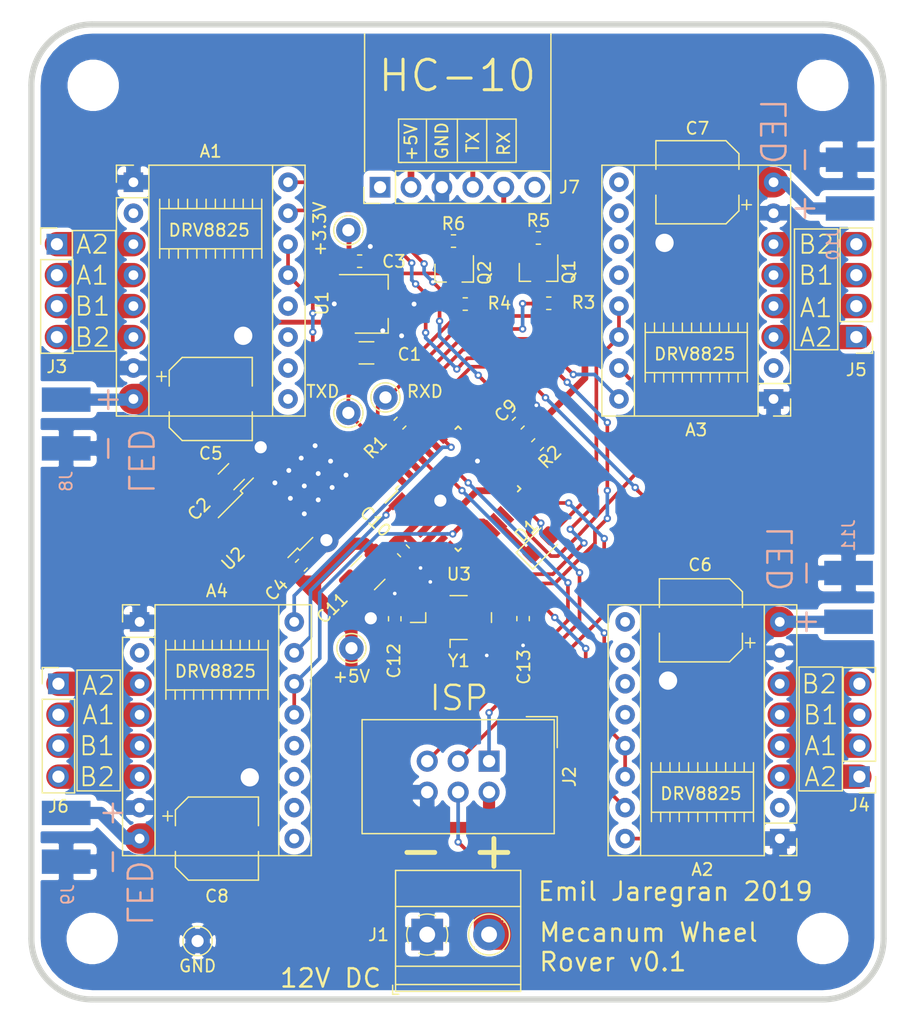
<source format=kicad_pcb>
(kicad_pcb (version 20171130) (host pcbnew 5.1.4+dfsg1-1)
  (title_block (title "Mecanum Wheel Rover") (date 2019-10-01) (rev 1) (company "Emil Jaregran"))
  (layers (0 F.Cu signal) (31 B.Cu signal) (34 B.Paste user) (35 F.Paste user) (36 B.SilkS user) (37 F.SilkS user) (38 B.Mask user) (39 F.Mask user) (44 Edge.Cuts user))
  (net 0 "")
  (net 1 /DIR_1)
  (net 2 +12V)
  (net 3 /OC0A)
  (net 4 GND)
  (net 5 /EN_1)
  (net 6 "Net-(A1-Pad6)")
  (net 7 "Net-(A1-Pad5)")
  (net 8 "Net-(A1-Pad12)")
  (net 9 "Net-(A1-Pad4)")
  (net 10 "Net-(A1-Pad11)")
  (net 11 "Net-(A1-Pad3)")
  (net 12 "Net-(A1-Pad10)")
  (net 13 "Net-(A1-Pad2)")
  (net 14 "Net-(A1-Pad9)")
  (net 15 /DIR_2)
  (net 16 /OC0B)
  (net 17 /EN_2)
  (net 18 "Net-(A2-Pad6)")
  (net 19 "Net-(A2-Pad5)")
  (net 20 "Net-(A2-Pad12)")
  (net 21 "Net-(A2-Pad4)")
  (net 22 "Net-(A2-Pad11)")
  (net 23 "Net-(A2-Pad3)")
  (net 24 "Net-(A2-Pad10)")
  (net 25 "Net-(A2-Pad2)")
  (net 26 "Net-(A2-Pad9)")
  (net 27 /DIR_3)
  (net 28 /MOSI_OC2A)
  (net 29 /EN_3)
  (net 30 "Net-(A3-Pad6)")
  (net 31 "Net-(A3-Pad5)")
  (net 32 "Net-(A3-Pad12)")
  (net 33 "Net-(A3-Pad4)")
  (net 34 "Net-(A3-Pad11)")
  (net 35 "Net-(A3-Pad3)")
  (net 36 "Net-(A3-Pad10)")
  (net 37 "Net-(A3-Pad2)")
  (net 38 "Net-(A3-Pad9)")
  (net 39 /DIR_4)
  (net 40 /OC2B)
  (net 41 /EN_4)
  (net 42 "Net-(A4-Pad6)")
  (net 43 "Net-(A4-Pad5)")
  (net 44 "Net-(A4-Pad12)")
  (net 45 "Net-(A4-Pad4)")
  (net 46 "Net-(A4-Pad11)")
  (net 47 "Net-(A4-Pad3)")
  (net 48 "Net-(A4-Pad10)")
  (net 49 "Net-(A4-Pad2)")
  (net 50 "Net-(A4-Pad9)")
  (net 51 +3V3)
  (net 52 +5V)
  (net 53 "Net-(C9-Pad1)")
  (net 54 /XTAL1)
  (net 55 /XTAL2)
  (net 56 "Net-(D1-Pad2)")
  (net 57 /LED_1)
  (net 58 /~RST)
  (net 59 /SCK)
  (net 60 /MISO)
  (net 61 "Net-(J7-Pad6)")
  (net 62 /BT_RX)
  (net 63 /BT_TX)
  (net 64 "Net-(J7-Pad1)")
  (net 65 /RXD)
  (net 66 /TXD)
  (net 67 "Net-(U3-Pad28)")
  (net 68 "Net-(U3-Pad27)")
  (net 69 "Net-(U3-Pad22)")
  (net 70 "Net-(U3-Pad19)")
  (net 71 "Net-(U3-Pad14)")
  (module rover-pcb:SolderWirePad_1x02_SMD_2x4mm (layer B.Cu) (at 198.12 104.013 90)
    (fp_text reference J11 (at 5.08 0 270) (layer B.SilkS) (effects (justify mirror)))
    (fp_text value LED_4)
    (pad 2 smd rect (at 2 0 90) (size 2 4) (layers B.Cu B.Paste B.Mask) (net 4 GND))
    (pad 1 smd rect (at -2 0 90) (size 2 4) (layers B.Cu B.Paste B.Mask) (net 2 +12V))
  )
  (module rover-pcb:SolderWirePad_1x02_SMD_2x4mm (layer B.Cu) (at 198.247 70.104 90)
    (fp_text reference J10 (at -4.953 -1.397 270) (layer B.SilkS) (effects (justify mirror)))
    (fp_text value LED_3)
    (pad 2 smd rect (at 2 0 90) (size 2 4) (layers B.Cu B.Paste B.Mask) (net 4 GND))
    (pad 1 smd rect (at -2 0 90) (size 2 4) (layers B.Cu B.Paste B.Mask) (net 2 +12V))
  )
  (module rover-pcb:SolderWirePad_1x02_SMD_2x4mm (layer B.Cu) (at 133.858 123.698 270)
    (fp_text reference J9 (at 4.699 -0.127 270) (layer B.SilkS) (effects (justify mirror)))
    (fp_text value LED_2)
    (pad 2 smd rect (at 2 0 270) (size 2 4) (layers B.Cu B.Paste B.Mask) (net 4 GND))
    (pad 1 smd rect (at -2 0 270) (size 2 4) (layers B.Cu B.Paste B.Mask) (net 2 +12V))
  )
  (module rover-pcb:SolderWirePad_1x02_SMD_2x4mm (layer B.Cu) (at 133.858 89.789 270)
    (fp_text reference J8 (at 4.699 0 270) (layer B.SilkS) (effects (justify mirror)))
    (fp_text value LED_1)
    (pad 2 smd rect (at 2 0 270) (size 2 4) (layers B.Cu B.Paste B.Mask) (net 4 GND))
    (pad 1 smd rect (at -2 0 270) (size 2 4) (layers B.Cu B.Paste B.Mask) (net 2 +12V))
  )
  (module Connector_PinHeader_2.54mm:PinHeader_1x06_P2.54mm_Vertical (layer F.Cu) (at 159.639 70.358 90)
    (fp_text reference J7 (at 0 15.5575 180) (layer F.SilkS))
    (fp_text value HC-10)
    (pad 6 thru_hole oval (at 0 12.7 90) (size 1.7 1.7) (drill 1) (layers *.Cu *.Mask) (net 61 "Net-(J7-Pad6)"))
    (pad 5 thru_hole oval (at 0 10.16 90) (size 1.7 1.7) (drill 1) (layers *.Cu *.Mask) (net 62 /BT_RX))
    (pad 4 thru_hole oval (at 0 7.62 90) (size 1.7 1.7) (drill 1) (layers *.Cu *.Mask) (net 63 /BT_TX))
    (pad 3 thru_hole oval (at 0 5.08 90) (size 1.7 1.7) (drill 1) (layers *.Cu *.Mask) (net 4 GND))
    (pad 2 thru_hole oval (at 0 2.54 90) (size 1.7 1.7) (drill 1) (layers *.Cu *.Mask) (net 52 +5V))
    (pad 1 thru_hole rect (at 0 0 90) (size 1.7 1.7) (drill 1) (layers *.Cu *.Mask) (net 64 "Net-(J7-Pad1)"))
  )
  (module Package_TO_SOT_SMD:SOT-89-3 (layer F.Cu) (at 158.5282 79.9324)
    (fp_text reference U1 (at -3.6517 -0.0494 90) (layer F.SilkS))
    (fp_text value L78L33_SOT89)
    (pad 2 smd trapezoid (at -0.0762 0 90) (size 1.5 1) (rect_delta 0 0.7) (layers F.Cu F.Paste F.Mask) (net 4 GND))
    (pad 2 smd rect (at 1.3335 0 270) (size 2.2 1.84) (layers F.Cu F.Paste F.Mask) (net 4 GND))
    (pad 3 smd rect (at -1.48 1.5 270) (size 1 1.5) (layers F.Cu F.Paste F.Mask) (net 2 +12V))
    (pad 2 smd rect (at -1.3335 0 270) (size 1 1.8) (layers F.Cu F.Paste F.Mask) (net 4 GND))
    (pad 1 smd rect (at -1.48 -1.5 270) (size 1 1.5) (layers F.Cu F.Paste F.Mask) (net 51 +3V3))
    (pad 2 smd trapezoid (at 2.667 0 270) (size 1.6 0.85) (rect_delta 0 0.6) (layers F.Cu F.Paste F.Mask) (net 4 GND))
  )
  (module TestPoint:TestPoint_THTPad_D2.0mm_Drill1.0mm (layer F.Cu) (at 160.083 87.607)
    (fp_text reference TP3 hide)
    (fp_text value RXD (at 3.239 -0.485) (layer F.SilkS))
    (pad 1 thru_hole circle (at 0 0) (size 2 2) (drill 1) (layers *.Cu *.Mask) (net 65 /RXD))
  )
  (module Package_QFP:TQFP-32_7x7mm_P0.8mm (layer F.Cu) (at 166.052 95.1 45)
    (fp_text reference U3 (at -4.910149 5.000659) (layer F.SilkS))
    (fp_text value ATmega328P-AU)
    (pad 32 smd rect (at -2.8 -4.25 135) (size 1.6 0.55) (layers F.Cu F.Paste F.Mask) (net 5 /EN_1))
    (pad 31 smd rect (at -2 -4.25 135) (size 1.6 0.55) (layers F.Cu F.Paste F.Mask) (net 66 /TXD))
    (pad 30 smd rect (at -1.2 -4.25 135) (size 1.6 0.55) (layers F.Cu F.Paste F.Mask) (net 65 /RXD))
    (pad 29 smd rect (at -0.4 -4.25 135) (size 1.6 0.55) (layers F.Cu F.Paste F.Mask) (net 58 /~RST))
    (pad 28 smd rect (at 0.4 -4.25 135) (size 1.6 0.55) (layers F.Cu F.Paste F.Mask) (net 67 "Net-(U3-Pad28)"))
    (pad 27 smd rect (at 1.2 -4.25 135) (size 1.6 0.55) (layers F.Cu F.Paste F.Mask) (net 68 "Net-(U3-Pad27)"))
    (pad 26 smd rect (at 2 -4.25 135) (size 1.6 0.55) (layers F.Cu F.Paste F.Mask) (net 39 /DIR_4))
    (pad 25 smd rect (at 2.8 -4.25 135) (size 1.6 0.55) (layers F.Cu F.Paste F.Mask) (net 27 /DIR_3))
    (pad 24 smd rect (at 4.25 -2.8 45) (size 1.6 0.55) (layers F.Cu F.Paste F.Mask) (net 15 /DIR_2))
    (pad 23 smd rect (at 4.25 -2 45) (size 1.6 0.55) (layers F.Cu F.Paste F.Mask) (net 1 /DIR_1))
    (pad 22 smd rect (at 4.25 -1.2 45) (size 1.6 0.55) (layers F.Cu F.Paste F.Mask) (net 69 "Net-(U3-Pad22)"))
    (pad 21 smd rect (at 4.25 -0.4 45) (size 1.6 0.55) (layers F.Cu F.Paste F.Mask) (net 4 GND))
    (pad 20 smd rect (at 4.25 0.4 45) (size 1.6 0.55) (layers F.Cu F.Paste F.Mask) (net 53 "Net-(C9-Pad1)"))
    (pad 19 smd rect (at 4.25 1.2 45) (size 1.6 0.55) (layers F.Cu F.Paste F.Mask) (net 70 "Net-(U3-Pad19)"))
    (pad 18 smd rect (at 4.25 2 45) (size 1.6 0.55) (layers F.Cu F.Paste F.Mask) (net 52 +5V))
    (pad 17 smd rect (at 4.25 2.8 45) (size 1.6 0.55) (layers F.Cu F.Paste F.Mask) (net 59 /SCK))
    (pad 16 smd rect (at 2.8 4.25 135) (size 1.6 0.55) (layers F.Cu F.Paste F.Mask) (net 60 /MISO))
    (pad 15 smd rect (at 2 4.25 135) (size 1.6 0.55) (layers F.Cu F.Paste F.Mask) (net 28 /MOSI_OC2A))
    (pad 14 smd rect (at 1.2 4.25 135) (size 1.6 0.55) (layers F.Cu F.Paste F.Mask) (net 71 "Net-(U3-Pad14)"))
    (pad 13 smd rect (at 0.4 4.25 135) (size 1.6 0.55) (layers F.Cu F.Paste F.Mask) (net 57 /LED_1))
    (pad 12 smd rect (at -0.4 4.25 135) (size 1.6 0.55) (layers F.Cu F.Paste F.Mask) (net 41 /EN_4))
    (pad 11 smd rect (at -1.2 4.25 135) (size 1.6 0.55) (layers F.Cu F.Paste F.Mask) (net 29 /EN_3))
    (pad 10 smd rect (at -2 4.25 135) (size 1.6 0.55) (layers F.Cu F.Paste F.Mask) (net 3 /OC0A))
    (pad 9 smd rect (at -2.8 4.25 135) (size 1.6 0.55) (layers F.Cu F.Paste F.Mask) (net 16 /OC0B))
    (pad 8 smd rect (at -4.25 2.8 45) (size 1.6 0.55) (layers F.Cu F.Paste F.Mask) (net 55 /XTAL2))
    (pad 7 smd rect (at -4.25 2 45) (size 1.6 0.55) (layers F.Cu F.Paste F.Mask) (net 54 /XTAL1))
    (pad 6 smd rect (at -4.25 1.2 45) (size 1.6 0.55) (layers F.Cu F.Paste F.Mask) (net 52 +5V))
    (pad 5 smd rect (at -4.25 0.4 45) (size 1.6 0.55) (layers F.Cu F.Paste F.Mask) (net 4 GND))
    (pad 4 smd rect (at -4.25 -0.4 45) (size 1.6 0.55) (layers F.Cu F.Paste F.Mask) (net 52 +5V))
    (pad 3 smd rect (at -4.25 -1.2 45) (size 1.6 0.55) (layers F.Cu F.Paste F.Mask) (net 4 GND))
    (pad 2 smd rect (at -4.25 -2 45) (size 1.6 0.55) (layers F.Cu F.Paste F.Mask) (net 17 /EN_2))
    (pad 1 smd rect (at -4.25 -2.8 45) (size 1.6 0.55) (layers F.Cu F.Paste F.Mask) (net 40 /OC2B))
  )
  (module TestPoint:TestPoint_THTPad_D2.0mm_Drill1.0mm (layer F.Cu) (at 144.653 132.207)
    (fp_text reference TP5 hide)
    (fp_text value GND (at 0 2.05) (layer F.SilkS))
    (pad 1 thru_hole circle (at 0 0) (size 2 2) (drill 1) (layers *.Cu *.Mask) (net 4 GND))
  )
  (module TestPoint:TestPoint_THTPad_D2.0mm_Drill1.0mm (layer F.Cu) (at 157.035 88.877)
    (fp_text reference TP4 hide)
    (fp_text value TXD (at -2.095 -1.755) (layer F.SilkS))
    (pad 1 thru_hole circle (at 0 0) (size 2 2) (drill 1) (layers *.Cu *.Mask) (net 66 /TXD))
  )
  (module TestPoint:TestPoint_THTPad_D2.0mm_Drill1.0mm (layer F.Cu) (at 157.289 108.181)
    (fp_text reference TP2 hide)
    (fp_text value +5V (at 0 2.309) (layer F.SilkS))
    (pad 1 thru_hole circle (at 0 0) (size 2 2) (drill 1) (layers *.Cu *.Mask) (net 52 +5V))
  )
  (module TestPoint:TestPoint_THTPad_D2.0mm_Drill1.0mm (layer F.Cu) (at 157.035 73.891)
    (fp_text reference TP1 hide)
    (fp_text value +3.3V (at -2.349 -0.104 90) (layer F.SilkS))
    (pad 1 thru_hole circle (at 0 0) (size 2 2) (drill 1) (layers *.Cu *.Mask) (net 51 +3V3))
  )
  (module Crystal:Crystal_SMD_EuroQuartz_MJ-4Pin_5.0x3.2mm_HandSoldering (layer F.Cu) (at 166.091 105.669)
    (fp_text reference Y1 (at 0.025 3.551) (layer F.SilkS))
    (fp_text value "16 MHz")
    (pad 4 smd rect (at -2.325 -1.425) (size 2.85 1.65) (layers F.Cu F.Paste F.Mask) (net 4 GND))
    (pad 3 smd rect (at 2.325 -1.425) (size 2.85 1.65) (layers F.Cu F.Paste F.Mask) (net 55 /XTAL2))
    (pad 2 smd rect (at 2.325 1.425) (size 2.85 1.65) (layers F.Cu F.Paste F.Mask) (net 4 GND))
    (pad 1 smd rect (at -2.325 1.425) (size 2.85 1.65) (layers F.Cu F.Paste F.Mask) (net 54 /XTAL1))
  )
  (module Package_TO_SOT_SMD:TO-252-2 (layer F.Cu) (at 152.354142 95.973183 45)
    (fp_text reference U2 (at -6.820016 0.059874 45) (layer F.SilkS))
    (fp_text value MC78M05_TO252)
    (pad 2 smd rect (at 2.1 0 45) (size 6.4 5.8) (layers F.Cu F.Mask) (net 4 GND))
    (pad 3 smd rect (at -4.2 2.28 45) (size 2.2 1.2) (layers F.Cu F.Paste F.Mask) (net 52 +5V))
    (pad 1 smd rect (at -4.2 -2.28 45) (size 2.2 1.2) (layers F.Cu F.Paste F.Mask) (net 2 +12V))
  )
  (module Resistor_SMD:R_0603_1608Metric_Pad1.05x0.95mm_HandSolder (layer F.Cu) (at 165.671 74.78)
    (fp_text reference R6 (at 0 -1.43) (layer F.SilkS))
    (fp_text value 10k)
    (pad 2 smd roundrect (at 0.875 0) (size 1.05 0.95) (layers F.Cu F.Paste F.Mask) (net 51 +3V3))
    (pad 1 smd roundrect (at -0.875 0) (size 1.05 0.95) (layers F.Cu F.Paste F.Mask) (net 62 /BT_RX))
  )
  (module Resistor_SMD:R_0603_1608Metric_Pad1.05x0.95mm_HandSolder (layer F.Cu) (at 172.642 74.526)
    (fp_text reference R5 (at 0 -1.43) (layer F.SilkS))
    (fp_text value 10k)
    (pad 2 smd roundrect (at 0.875 0) (size 1.05 0.95) (layers F.Cu F.Paste F.Mask) (net 51 +3V3))
    (pad 1 smd roundrect (at -0.875 0) (size 1.05 0.95) (layers F.Cu F.Paste F.Mask) (net 63 /BT_TX))
  )
  (module Resistor_SMD:R_0603_1608Metric_Pad1.05x0.95mm_HandSolder (layer F.Cu) (at 166.638 79.9465)
    (fp_text reference R4 (at 2.803 -0.064) (layer F.SilkS))
    (fp_text value 10k)
    (pad 2 smd roundrect (at 0.875 0) (size 1.05 0.95) (layers F.Cu F.Paste F.Mask) (net 52 +5V))
    (pad 1 smd roundrect (at -0.875 0) (size 1.05 0.95) (layers F.Cu F.Paste F.Mask) (net 66 /TXD))
  )
  (module Resistor_SMD:R_0603_1608Metric_Pad1.05x0.95mm_HandSolder (layer F.Cu) (at 173.496 79.883)
    (fp_text reference R3 (at 2.859 -0.064) (layer F.SilkS))
    (fp_text value 10k)
    (pad 2 smd roundrect (at 0.875 0) (size 1.05 0.95) (layers F.Cu F.Paste F.Mask) (net 52 +5V))
    (pad 1 smd roundrect (at -0.875 0) (size 1.05 0.95) (layers F.Cu F.Paste F.Mask) (net 65 /RXD))
  )
  (module Resistor_SMD:R_0603_1608Metric_Pad1.05x0.95mm_HandSolder (layer F.Cu) (at 172.5785 91.4805 225)
    (fp_text reference R2 (at 0 -1.43 45) (layer F.SilkS))
    (fp_text value 330R)
    (pad 2 smd roundrect (at 0.875 0 225) (size 1.05 0.95) (layers F.Cu F.Paste F.Mask) (net 52 +5V))
    (pad 1 smd roundrect (at -0.875 0 225) (size 1.05 0.95) (layers F.Cu F.Paste F.Mask) (net 56 "Net-(D1-Pad2)"))
  )
  (module Resistor_SMD:R_0603_1608Metric_Pad1.05x0.95mm_HandSolder (layer F.Cu) (at 161.273218 89.718782 45)
    (fp_text reference R1 (at -2.821664 -0.028284 45) (layer F.SilkS))
    (fp_text value 10k)
    (pad 2 smd roundrect (at 0.875 0 45) (size 1.05 0.95) (layers F.Cu F.Paste F.Mask) (net 52 +5V))
    (pad 1 smd roundrect (at -0.875 0 45) (size 1.05 0.95) (layers F.Cu F.Paste F.Mask) (net 58 /~RST))
  )
  (module Package_TO_SOT_SMD:SOT-23 (layer F.Cu) (at 165.728 77.383 270)
    (fp_text reference Q2 (at 0 -2.5 90) (layer F.SilkS))
    (fp_text value BSS138)
    (pad 3 smd rect (at 1 0 270) (size 0.9 0.8) (layers F.Cu F.Paste F.Mask) (net 66 /TXD))
    (pad 2 smd rect (at -1 0.95 270) (size 0.9 0.8) (layers F.Cu F.Paste F.Mask) (net 62 /BT_RX))
    (pad 1 smd rect (at -1 -0.95 270) (size 0.9 0.8) (layers F.Cu F.Paste F.Mask) (net 51 +3V3))
  )
  (module Package_TO_SOT_SMD:SOT-23 (layer F.Cu) (at 172.656 77.32 270)
    (fp_text reference Q1 (at 0 -2.5 90) (layer F.SilkS))
    (fp_text value BSS138)
    (pad 3 smd rect (at 1 0 270) (size 0.9 0.8) (layers F.Cu F.Paste F.Mask) (net 65 /RXD))
    (pad 2 smd rect (at -1 0.95 270) (size 0.9 0.8) (layers F.Cu F.Paste F.Mask) (net 63 /BT_TX))
    (pad 1 smd rect (at -1 -0.95 270) (size 0.9 0.8) (layers F.Cu F.Paste F.Mask) (net 51 +3V3))
  )
  (module Connector_PinHeader_2.54mm:PinHeader_1x04_P2.54mm_Vertical (layer F.Cu) (at 133.223 111.102)
    (fp_text reference J6 (at 0 10.056) (layer F.SilkS))
    (fp_text value Conn_01x04)
    (pad 4 thru_hole oval (at 0 7.62) (size 1.7 1.7) (drill 1) (layers *.Cu *.Mask) (net 42 "Net-(A4-Pad6)"))
    (pad 3 thru_hole oval (at 0 5.08) (size 1.7 1.7) (drill 1) (layers *.Cu *.Mask) (net 43 "Net-(A4-Pad5)"))
    (pad 2 thru_hole oval (at 0 2.54) (size 1.7 1.7) (drill 1) (layers *.Cu *.Mask) (net 45 "Net-(A4-Pad4)"))
    (pad 1 thru_hole rect (at 0 0) (size 1.7 1.7) (drill 1) (layers *.Cu *.Mask) (net 47 "Net-(A4-Pad3)"))
  )
  (module Connector_PinHeader_2.54mm:PinHeader_1x04_P2.54mm_Vertical (layer F.Cu) (at 198.755 82.654 180)
    (fp_text reference J5 (at 0 -2.69) (layer F.SilkS))
    (fp_text value Conn_01x04)
    (pad 4 thru_hole oval (at 0 7.62 180) (size 1.7 1.7) (drill 1) (layers *.Cu *.Mask) (net 30 "Net-(A3-Pad6)"))
    (pad 3 thru_hole oval (at 0 5.08 180) (size 1.7 1.7) (drill 1) (layers *.Cu *.Mask) (net 31 "Net-(A3-Pad5)"))
    (pad 2 thru_hole oval (at 0 2.54 180) (size 1.7 1.7) (drill 1) (layers *.Cu *.Mask) (net 33 "Net-(A3-Pad4)"))
    (pad 1 thru_hole rect (at 0 0 180) (size 1.7 1.7) (drill 1) (layers *.Cu *.Mask) (net 35 "Net-(A3-Pad3)"))
  )
  (module Connector_PinHeader_2.54mm:PinHeader_1x04_P2.54mm_Vertical (layer F.Cu) (at 199.009 118.722 180)
    (fp_text reference J4 (at 0 -2.33) (layer F.SilkS))
    (fp_text value Conn_01x04)
    (pad 4 thru_hole oval (at 0 7.62 180) (size 1.7 1.7) (drill 1) (layers *.Cu *.Mask) (net 18 "Net-(A2-Pad6)"))
    (pad 3 thru_hole oval (at 0 5.08 180) (size 1.7 1.7) (drill 1) (layers *.Cu *.Mask) (net 19 "Net-(A2-Pad5)"))
    (pad 2 thru_hole oval (at 0 2.54 180) (size 1.7 1.7) (drill 1) (layers *.Cu *.Mask) (net 21 "Net-(A2-Pad4)"))
    (pad 1 thru_hole rect (at 0 0 180) (size 1.7 1.7) (drill 1) (layers *.Cu *.Mask) (net 23 "Net-(A2-Pad3)"))
  )
  (module TerminalBlock_Phoenix:TerminalBlock_Phoenix_MKDS-1,5-2-5.08_1x02_P5.08mm_Horizontal (layer F.Cu) (at 163.512 131.676)
    (fp_text reference J1 (at -4 0.023) (layer F.SilkS))
    (fp_text value "12V IN")
    (pad 2 thru_hole circle (at 5.08 0) (size 2.6 2.6) (drill 1.3) (layers *.Cu *.Mask) (net 2 +12V))
    (pad 1 thru_hole rect (at 0 0) (size 2.6 2.6) (drill 1.3) (layers *.Cu *.Mask) (net 4 GND))
  )
  (module LED_SMD:LED_0805_2012Metric_Pad1.15x1.40mm_HandSolder (layer F.Cu) (at 172.820216 99.698284 45)
    (fp_text reference D1 (at 0 -1.65 45) (layer F.SilkS))
    (fp_text value LED)
    (pad 2 smd roundrect (at 1.025 0 45) (size 1.15 1.4) (layers F.Cu F.Paste F.Mask) (roundrect_rratio 0.217391) (net 56 "Net-(D1-Pad2)"))
    (pad 1 smd roundrect (at -1.025 0 45) (size 1.15 1.4) (layers F.Cu F.Paste F.Mask) (roundrect_rratio 0.217391) (net 57 /LED_1))
  )
  (module Capacitor_SMD:C_0603_1608Metric_Pad1.05x0.95mm_HandSolder (layer F.Cu) (at 171.386 105.754 270)
    (fp_text reference C13 (at 3.974 -0.064 90) (layer F.SilkS))
    (fp_text value 12pF)
    (pad 2 smd roundrect (at 0.875 0 270) (size 1.05 0.95) (layers F.Cu F.Paste F.Mask) (net 4 GND))
    (pad 1 smd roundrect (at -0.875 0 270) (size 1.05 0.95) (layers F.Cu F.Paste F.Mask) (net 55 /XTAL2))
  )
  (module Capacitor_SMD:C_0603_1608Metric_Pad1.05x0.95mm_HandSolder (layer F.Cu) (at 160.845 105.768 90)
    (fp_text reference C12 (at -3.452 -0.063 90) (layer F.SilkS))
    (fp_text value 12pF)
    (pad 2 smd roundrect (at 0.875 0 90) (size 1.05 0.95) (layers F.Cu F.Paste F.Mask) (net 4 GND))
    (pad 1 smd roundrect (at -0.875 0 90) (size 1.05 0.95) (layers F.Cu F.Paste F.Mask) (net 54 /XTAL1))
  )
  (module Capacitor_SMD:C_1210_3225Metric_Pad1.42x2.65mm_HandSolder (layer F.Cu) (at 158.650179 101.993821 225)
    (fp_text reference C11 (at 4.14107 0.028284 45) (layer F.SilkS))
    (fp_text value 10μF)
    (pad 2 smd roundrect (at 1.4875 0 225) (size 1.425 2.65) (layers F.Cu F.Paste F.Mask) (roundrect_rratio 0.175439) (net 4 GND))
    (pad 1 smd roundrect (at -1.4875 0 225) (size 1.425 2.65) (layers F.Cu F.Paste F.Mask) (roundrect_rratio 0.175439) (net 52 +5V))
  )
  (module Capacitor_SMD:C_0603_1608Metric_Pad1.05x0.95mm_HandSolder (layer F.Cu) (at 161.559782 100.196282 315)
    (fp_text reference C10 (at -3.329104 -0.073893 135) (layer F.SilkS))
    (fp_text value 100nF)
    (pad 2 smd roundrect (at 0.875 0 315) (size 1.05 0.95) (layers F.Cu F.Paste F.Mask) (net 4 GND))
    (pad 1 smd roundrect (at -0.875 0 315) (size 1.05 0.95) (layers F.Cu F.Paste F.Mask) (net 52 +5V))
  )
  (module Capacitor_SMD:C_0603_1608Metric_Pad1.05x0.95mm_HandSolder (layer F.Cu) (at 170.988718 89.718782 45)
    (fp_text reference C9 (at 0 -1.43 45) (layer F.SilkS))
    (fp_text value 100nF)
    (pad 2 smd roundrect (at 0.875 0 45) (size 1.05 0.95) (layers F.Cu F.Paste F.Mask) (net 4 GND))
    (pad 1 smd roundrect (at -0.875 0 45) (size 1.05 0.95) (layers F.Cu F.Paste F.Mask) (net 53 "Net-(C9-Pad1)"))
  )
  (module Capacitor_SMD:CP_Elec_6.3x7.7 (layer F.Cu) (at 146.24 123.802)
    (fp_text reference C8 (at 0 4.722) (layer F.SilkS))
    (fp_text value 100μF)
    (pad 2 smd roundrect (at 2.7 0) (size 3.5 1.6) (layers F.Cu F.Paste F.Mask) (roundrect_rratio 0.15625) (net 4 GND))
    (pad 1 smd roundrect (at -2.7 0) (size 3.5 1.6) (layers F.Cu F.Paste F.Mask) (roundrect_rratio 0.15625) (net 2 +12V))
  )
  (module Capacitor_SMD:CP_Elec_6.3x7.7 (layer F.Cu) (at 185.704 69.954 180)
    (fp_text reference C7 (at 0 4.422) (layer F.SilkS))
    (fp_text value 100μF)
    (pad 2 smd roundrect (at 2.7 0 180) (size 3.5 1.6) (layers F.Cu F.Paste F.Mask) (roundrect_rratio 0.15625) (net 4 GND))
    (pad 1 smd roundrect (at -2.7 0 180) (size 3.5 1.6) (layers F.Cu F.Paste F.Mask) (roundrect_rratio 0.15625) (net 2 +12V))
  )
  (module Capacitor_SMD:CP_Elec_6.3x7.7 (layer F.Cu) (at 145.732 87.734)
    (fp_text reference C5 (at 0 4.468) (layer F.SilkS))
    (fp_text value 100μF)
    (pad 2 smd roundrect (at 2.7 0) (size 3.5 1.6) (layers F.Cu F.Paste F.Mask) (roundrect_rratio 0.15625) (net 4 GND))
    (pad 1 smd roundrect (at -2.7 0) (size 3.5 1.6) (layers F.Cu F.Paste F.Mask) (roundrect_rratio 0.15625) (net 2 +12V))
  )
  (module Capacitor_SMD:C_0603_1608Metric_Pad1.05x0.95mm_HandSolder (layer F.Cu) (at 153.177782 101.370218 45)
    (fp_text reference C4 (at -2.867717 -0.028284 45) (layer F.SilkS))
    (fp_text value 100nF)
    (pad 2 smd roundrect (at 0.875 0 45) (size 1.05 0.95) (layers F.Cu F.Paste F.Mask) (net 4 GND))
    (pad 1 smd roundrect (at -0.875 0 45) (size 1.05 0.95) (layers F.Cu F.Paste F.Mask) (net 52 +5V))
  )
  (module Capacitor_SMD:C_0603_1608Metric_Pad1.05x0.95mm_HandSolder (layer F.Cu) (at 157.9634 76.431)
    (fp_text reference C3 (at 2.8186 0.023) (layer F.SilkS))
    (fp_text value 100nF)
    (pad 2 smd roundrect (at 0.875 0) (size 1.05 0.95) (layers F.Cu F.Paste F.Mask) (net 4 GND))
    (pad 1 smd roundrect (at -0.875 0) (size 1.05 0.95) (layers F.Cu F.Paste F.Mask) (net 51 +3V3))
  )
  (module Capacitor_SMD:C_1206_3216Metric_Pad1.42x1.75mm_HandSolder (layer F.Cu) (at 147.418821 94.111679 45)
    (fp_text reference C2 (at -3.748473 0.016617 45) (layer F.SilkS))
    (fp_text value 1μF)
    (pad 2 smd roundrect (at 1.4875 0 45) (size 1.425 1.75) (layers F.Cu F.Paste F.Mask) (roundrect_rratio 0.175439) (net 4 GND))
    (pad 1 smd roundrect (at -1.4875 0 45) (size 1.425 1.75) (layers F.Cu F.Paste F.Mask) (roundrect_rratio 0.175439) (net 2 +12V))
  )
  (module Capacitor_SMD:C_1206_3216Metric_Pad1.42x1.75mm_HandSolder (layer F.Cu) (at 158.5225 83.9494)
    (fp_text reference C1 (at 3.5295 0.1246) (layer F.SilkS))
    (fp_text value 0.33μF)
    (pad 2 smd roundrect (at 1.4875 0) (size 1.425 1.75) (layers F.Cu F.Paste F.Mask) (roundrect_rratio 0.175439) (net 4 GND))
    (pad 1 smd roundrect (at -1.4875 0) (size 1.425 1.75) (layers F.Cu F.Paste F.Mask) (roundrect_rratio 0.175439) (net 2 +12V))
  )
  (module Module:Pololu_Breakout-16_15.2x20.3mm (layer F.Cu) (at 139.89 106.022)
    (fp_text reference A4 (at 6.35 -2.54) (layer F.SilkS))
    (fp_text value Pololu_Breakout_DRV8825)
    (pad 16 thru_hole oval (at 12.7 0) (size 1.6 1.6) (drill 0.8) (layers *.Cu *.Mask) (net 39 /DIR_4))
    (pad 8 thru_hole oval (at 0 17.78) (size 1.6 1.6) (drill 0.8) (layers *.Cu *.Mask) (net 2 +12V))
    (pad 15 thru_hole oval (at 12.7 2.54) (size 1.6 1.6) (drill 0.8) (layers *.Cu *.Mask) (net 40 /OC2B))
    (pad 7 thru_hole oval (at 0 15.24) (size 1.6 1.6) (drill 0.8) (layers *.Cu *.Mask) (net 4 GND))
    (pad 14 thru_hole oval (at 12.7 5.08) (size 1.6 1.6) (drill 0.8) (layers *.Cu *.Mask) (net 41 /EN_4))
    (pad 6 thru_hole oval (at 0 12.7) (size 1.6 1.6) (drill 0.8) (layers *.Cu *.Mask) (net 42 "Net-(A4-Pad6)"))
    (pad 13 thru_hole oval (at 12.7 7.62) (size 1.6 1.6) (drill 0.8) (layers *.Cu *.Mask) (net 41 /EN_4))
    (pad 5 thru_hole oval (at 0 10.16) (size 1.6 1.6) (drill 0.8) (layers *.Cu *.Mask) (net 43 "Net-(A4-Pad5)"))
    (pad 12 thru_hole oval (at 12.7 10.16) (size 1.6 1.6) (drill 0.8) (layers *.Cu *.Mask) (net 44 "Net-(A4-Pad12)"))
    (pad 4 thru_hole oval (at 0 7.62) (size 1.6 1.6) (drill 0.8) (layers *.Cu *.Mask) (net 45 "Net-(A4-Pad4)"))
    (pad 11 thru_hole oval (at 12.7 12.7) (size 1.6 1.6) (drill 0.8) (layers *.Cu *.Mask) (net 46 "Net-(A4-Pad11)"))
    (pad 3 thru_hole oval (at 0 5.08) (size 1.6 1.6) (drill 0.8) (layers *.Cu *.Mask) (net 47 "Net-(A4-Pad3)"))
    (pad 10 thru_hole oval (at 12.7 15.24) (size 1.6 1.6) (drill 0.8) (layers *.Cu *.Mask) (net 48 "Net-(A4-Pad10)"))
    (pad 2 thru_hole oval (at 0 2.54) (size 1.6 1.6) (drill 0.8) (layers *.Cu *.Mask) (net 49 "Net-(A4-Pad2)"))
    (pad 9 thru_hole oval (at 12.7 17.78) (size 1.6 1.6) (drill 0.8) (layers *.Cu *.Mask) (net 50 "Net-(A4-Pad9)"))
    (pad 1 thru_hole rect (at 0 0) (size 1.6 1.6) (drill 0.8) (layers *.Cu *.Mask) (net 4 GND))
  )
  (module Capacitor_SMD:CP_Elec_6.3x7.7 (layer F.Cu) (at 185.991 105.895 180)
    (fp_text reference C6 (at 0.063 4.549) (layer F.SilkS))
    (fp_text value 100μF)
    (pad 2 smd roundrect (at 2.7 0 180) (size 3.5 1.6) (layers F.Cu F.Paste F.Mask) (roundrect_rratio 0.15625) (net 4 GND))
    (pad 1 smd roundrect (at -2.7 0 180) (size 3.5 1.6) (layers F.Cu F.Paste F.Mask) (roundrect_rratio 0.15625) (net 2 +12V))
  )
  (module MountingHole:MountingHole_3.2mm_M3 (layer F.Cu) (at 196 132)
    (fp_text reference REF** hide)
    (fp_text value MountingHole_3.2mm_M3 hide)
    (pad 1 np_thru_hole circle (at 0 0) (size 3.2 3.2) (drill 3.2) (layers *.Cu *.Mask))
  )
  (module MountingHole:MountingHole_3.2mm_M3 (layer F.Cu) (at 136 132)
    (fp_text reference REF** hide)
    (fp_text value MountingHole_3.2mm_M3 hide)
    (pad 1 np_thru_hole circle (at 0 0) (size 3.2 3.2) (drill 3.2) (layers *.Cu *.Mask))
  )
  (module MountingHole:MountingHole_3.2mm_M3 (layer F.Cu) (at 196 62)
    (fp_text reference REF** hide)
    (fp_text value MountingHole_3.2mm_M3 hide)
    (pad 1 np_thru_hole circle (at 0 0) (size 3.2 3.2) (drill 3.2) (layers *.Cu *.Mask))
  )
  (module MountingHole:MountingHole_3.2mm_M3 (layer F.Cu) (at 136.08 62)
    (fp_text reference REF** hide)
    (fp_text value MountingHole_3.2mm_M3 hide)
    (pad 1 np_thru_hole circle (at 0 0) (size 3.2 3.2) (drill 3.2) (layers *.Cu *.Mask))
  )
  (module Connector_PinHeader_2.54mm:PinHeader_1x04_P2.54mm_Vertical (layer F.Cu) (at 133.096 75.034)
    (fp_text reference J3 (at 0 10.056) (layer F.SilkS))
    (fp_text value Conn_01x04)
    (pad 4 thru_hole oval (at 0 7.62) (size 1.7 1.7) (drill 1) (layers *.Cu *.Mask) (net 6 "Net-(A1-Pad6)"))
    (pad 3 thru_hole oval (at 0 5.08) (size 1.7 1.7) (drill 1) (layers *.Cu *.Mask) (net 7 "Net-(A1-Pad5)"))
    (pad 2 thru_hole oval (at 0 2.54) (size 1.7 1.7) (drill 1) (layers *.Cu *.Mask) (net 9 "Net-(A1-Pad4)"))
    (pad 1 thru_hole rect (at 0 0) (size 1.7 1.7) (drill 1) (layers *.Cu *.Mask) (net 11 "Net-(A1-Pad3)"))
  )
  (module Connector_IDC:IDC-Header_2x03_P2.54mm_Vertical (layer F.Cu) (at 168.592 117.452 270)
    (fp_text reference J2 (at 1.27 -6.604 90) (layer F.SilkS))
    (fp_text value AVR-ISP-6)
    (pad 6 thru_hole oval (at 2.54 5.08 270) (size 1.7272 1.7272) (drill 1.016) (layers *.Cu *.Mask) (net 4 GND))
    (pad 5 thru_hole oval (at 0 5.08 270) (size 1.7272 1.7272) (drill 1.016) (layers *.Cu *.Mask) (net 58 /~RST))
    (pad 4 thru_hole oval (at 2.54 2.54 270) (size 1.7272 1.7272) (drill 1.016) (layers *.Cu *.Mask) (net 28 /MOSI_OC2A))
    (pad 3 thru_hole oval (at 0 2.54 270) (size 1.7272 1.7272) (drill 1.016) (layers *.Cu *.Mask) (net 59 /SCK))
    (pad 2 thru_hole oval (at 2.54 0 270) (size 1.7272 1.7272) (drill 1.016) (layers *.Cu *.Mask) (net 52 +5V))
    (pad 1 thru_hole rect (at 0 0 270) (size 1.7272 1.7272) (drill 1.016) (layers *.Cu *.Mask) (net 60 /MISO))
  )
  (module Module:Pololu_Breakout-16_15.2x20.3mm (layer F.Cu) (at 191.96 87.734 180)
    (fp_text reference A3 (at 6.35 -2.54) (layer F.SilkS))
    (fp_text value Pololu_Breakout_DRV8825)
    (pad 16 thru_hole oval (at 12.7 0 180) (size 1.6 1.6) (drill 0.8) (layers *.Cu *.Mask) (net 27 /DIR_3))
    (pad 8 thru_hole oval (at 0 17.78 180) (size 1.6 1.6) (drill 0.8) (layers *.Cu *.Mask) (net 2 +12V))
    (pad 15 thru_hole oval (at 12.7 2.54 180) (size 1.6 1.6) (drill 0.8) (layers *.Cu *.Mask) (net 28 /MOSI_OC2A))
    (pad 7 thru_hole oval (at 0 15.24 180) (size 1.6 1.6) (drill 0.8) (layers *.Cu *.Mask) (net 4 GND))
    (pad 14 thru_hole oval (at 12.7 5.08 180) (size 1.6 1.6) (drill 0.8) (layers *.Cu *.Mask) (net 29 /EN_3))
    (pad 6 thru_hole oval (at 0 12.7 180) (size 1.6 1.6) (drill 0.8) (layers *.Cu *.Mask) (net 30 "Net-(A3-Pad6)"))
    (pad 13 thru_hole oval (at 12.7 7.62 180) (size 1.6 1.6) (drill 0.8) (layers *.Cu *.Mask) (net 29 /EN_3))
    (pad 5 thru_hole oval (at 0 10.16 180) (size 1.6 1.6) (drill 0.8) (layers *.Cu *.Mask) (net 31 "Net-(A3-Pad5)"))
    (pad 12 thru_hole oval (at 12.7 10.16 180) (size 1.6 1.6) (drill 0.8) (layers *.Cu *.Mask) (net 32 "Net-(A3-Pad12)"))
    (pad 4 thru_hole oval (at 0 7.62 180) (size 1.6 1.6) (drill 0.8) (layers *.Cu *.Mask) (net 33 "Net-(A3-Pad4)"))
    (pad 11 thru_hole oval (at 12.7 12.7 180) (size 1.6 1.6) (drill 0.8) (layers *.Cu *.Mask) (net 34 "Net-(A3-Pad11)"))
    (pad 3 thru_hole oval (at 0 5.08 180) (size 1.6 1.6) (drill 0.8) (layers *.Cu *.Mask) (net 35 "Net-(A3-Pad3)"))
    (pad 10 thru_hole oval (at 12.7 15.24 180) (size 1.6 1.6) (drill 0.8) (layers *.Cu *.Mask) (net 36 "Net-(A3-Pad10)"))
    (pad 2 thru_hole oval (at 0 2.54 180) (size 1.6 1.6) (drill 0.8) (layers *.Cu *.Mask) (net 37 "Net-(A3-Pad2)"))
    (pad 9 thru_hole oval (at 12.7 17.78 180) (size 1.6 1.6) (drill 0.8) (layers *.Cu *.Mask) (net 38 "Net-(A3-Pad9)"))
    (pad 1 thru_hole rect (at 0 0 180) (size 1.6 1.6) (drill 0.8) (layers *.Cu *.Mask) (net 4 GND))
  )
  (module Module:Pololu_Breakout-16_15.2x20.3mm (layer F.Cu) (at 192.468 123.802 180)
    (fp_text reference A2 (at 6.35 -2.54) (layer F.SilkS))
    (fp_text value Pololu_Breakout_DRV8825)
    (pad 16 thru_hole oval (at 12.7 0 180) (size 1.6 1.6) (drill 0.8) (layers *.Cu *.Mask) (net 15 /DIR_2))
    (pad 8 thru_hole oval (at 0 17.78 180) (size 1.6 1.6) (drill 0.8) (layers *.Cu *.Mask) (net 2 +12V))
    (pad 15 thru_hole oval (at 12.7 2.54 180) (size 1.6 1.6) (drill 0.8) (layers *.Cu *.Mask) (net 16 /OC0B))
    (pad 7 thru_hole oval (at 0 15.24 180) (size 1.6 1.6) (drill 0.8) (layers *.Cu *.Mask) (net 4 GND))
    (pad 14 thru_hole oval (at 12.7 5.08 180) (size 1.6 1.6) (drill 0.8) (layers *.Cu *.Mask) (net 17 /EN_2))
    (pad 6 thru_hole oval (at 0 12.7 180) (size 1.6 1.6) (drill 0.8) (layers *.Cu *.Mask) (net 18 "Net-(A2-Pad6)"))
    (pad 13 thru_hole oval (at 12.7 7.62 180) (size 1.6 1.6) (drill 0.8) (layers *.Cu *.Mask) (net 17 /EN_2))
    (pad 5 thru_hole oval (at 0 10.16 180) (size 1.6 1.6) (drill 0.8) (layers *.Cu *.Mask) (net 19 "Net-(A2-Pad5)"))
    (pad 12 thru_hole oval (at 12.7 10.16 180) (size 1.6 1.6) (drill 0.8) (layers *.Cu *.Mask) (net 20 "Net-(A2-Pad12)"))
    (pad 4 thru_hole oval (at 0 7.62 180) (size 1.6 1.6) (drill 0.8) (layers *.Cu *.Mask) (net 21 "Net-(A2-Pad4)"))
    (pad 11 thru_hole oval (at 12.7 12.7 180) (size 1.6 1.6) (drill 0.8) (layers *.Cu *.Mask) (net 22 "Net-(A2-Pad11)"))
    (pad 3 thru_hole oval (at 0 5.08 180) (size 1.6 1.6) (drill 0.8) (layers *.Cu *.Mask) (net 23 "Net-(A2-Pad3)"))
    (pad 10 thru_hole oval (at 12.7 15.24 180) (size 1.6 1.6) (drill 0.8) (layers *.Cu *.Mask) (net 24 "Net-(A2-Pad10)"))
    (pad 2 thru_hole oval (at 0 2.54 180) (size 1.6 1.6) (drill 0.8) (layers *.Cu *.Mask) (net 25 "Net-(A2-Pad2)"))
    (pad 9 thru_hole oval (at 12.7 17.78 180) (size 1.6 1.6) (drill 0.8) (layers *.Cu *.Mask) (net 26 "Net-(A2-Pad9)"))
    (pad 1 thru_hole rect (at 0 0 180) (size 1.6 1.6) (drill 0.8) (layers *.Cu *.Mask) (net 4 GND))
  )
  (module Module:Pololu_Breakout-16_15.2x20.3mm (layer F.Cu) (at 139.382 69.954)
    (fp_text reference A1 (at 6.35 -2.54) (layer F.SilkS))
    (fp_text value Pololu_Breakout_DRV8825)
    (pad 16 thru_hole oval (at 12.7 0) (size 1.6 1.6) (drill 0.8) (layers *.Cu *.Mask) (net 1 /DIR_1))
    (pad 8 thru_hole oval (at 0 17.78) (size 1.6 1.6) (drill 0.8) (layers *.Cu *.Mask) (net 2 +12V))
    (pad 15 thru_hole oval (at 12.7 2.54) (size 1.6 1.6) (drill 0.8) (layers *.Cu *.Mask) (net 3 /OC0A))
    (pad 7 thru_hole oval (at 0 15.24) (size 1.6 1.6) (drill 0.8) (layers *.Cu *.Mask) (net 4 GND))
    (pad 14 thru_hole oval (at 12.7 5.08) (size 1.6 1.6) (drill 0.8) (layers *.Cu *.Mask) (net 5 /EN_1))
    (pad 6 thru_hole oval (at 0 12.7) (size 1.6 1.6) (drill 0.8) (layers *.Cu *.Mask) (net 6 "Net-(A1-Pad6)"))
    (pad 13 thru_hole oval (at 12.7 7.62) (size 1.6 1.6) (drill 0.8) (layers *.Cu *.Mask) (net 5 /EN_1))
    (pad 5 thru_hole oval (at 0 10.16) (size 1.6 1.6) (drill 0.8) (layers *.Cu *.Mask) (net 7 "Net-(A1-Pad5)"))
    (pad 12 thru_hole oval (at 12.7 10.16) (size 1.6 1.6) (drill 0.8) (layers *.Cu *.Mask) (net 8 "Net-(A1-Pad12)"))
    (pad 4 thru_hole oval (at 0 7.62) (size 1.6 1.6) (drill 0.8) (layers *.Cu *.Mask) (net 9 "Net-(A1-Pad4)"))
    (pad 11 thru_hole oval (at 12.7 12.7) (size 1.6 1.6) (drill 0.8) (layers *.Cu *.Mask) (net 10 "Net-(A1-Pad11)"))
    (pad 3 thru_hole oval (at 0 5.08) (size 1.6 1.6) (drill 0.8) (layers *.Cu *.Mask) (net 11 "Net-(A1-Pad3)"))
    (pad 10 thru_hole oval (at 12.7 15.24) (size 1.6 1.6) (drill 0.8) (layers *.Cu *.Mask) (net 12 "Net-(A1-Pad10)"))
    (pad 2 thru_hole oval (at 0 2.54) (size 1.6 1.6) (drill 0.8) (layers *.Cu *.Mask) (net 13 "Net-(A1-Pad2)"))
    (pad 9 thru_hole oval (at 12.7 17.78) (size 1.6 1.6) (drill 0.8) (layers *.Cu *.Mask) (net 14 "Net-(A1-Pad9)"))
    (pad 1 thru_hole rect (at 0 0) (size 1.6 1.6) (drill 0.8) (layers *.Cu *.Mask) (net 4 GND))
  )
  (gr_text ISP (at 166.116 112.268) (layer F.SilkS) (effects (font (size 2 2) (thickness 0.2))))
  (gr_line (start 158.369 69.088) (end 158.369 57.785) (layer F.SilkS) (width 0.12))
  (gr_line (start 173.669 69.028) (end 173.6725 57.785) (layer F.SilkS) (width 0.12))
  (gr_text HC-10 (at 165.989 61.214) (layer F.SilkS) (effects (font (size 2.5 2.5) (thickness 0.25))))
  (gr_text LED (at 192.024 65.786 90) (layer B.SilkS) (effects (font (size 2 2) (thickness 0.2)) (justify mirror)))
  (gr_text LED (at 192.532 100.838 90) (layer B.SilkS) (effects (font (size 2 2) (thickness 0.2)) (justify mirror)))
  (gr_text LED (at 139.827 128.27 270) (layer B.SilkS) (effects (font (size 2 2) (thickness 0.2)) (justify mirror)))
  (gr_text LED (at 139.954 92.837 270) (layer B.SilkS) (effects (font (size 2 2) (thickness 0.2)) (justify mirror)))
  (gr_text "+ -" (at 137.541 123.698 90) (layer B.SilkS) (effects (font (size 2 2) (thickness 0.2)) (justify mirror)))
  (gr_text "+ -" (at 137.16 89.789 90) (layer B.SilkS) (effects (font (size 2 2) (thickness 0.2)) (justify mirror)))
  (gr_text "+ -" (at 194.691 70.104 270) (layer B.SilkS) (effects (font (size 2 2) (thickness 0.2)) (justify mirror)))
  (gr_text "+ -" (at 194.818 104.013 270) (layer B.SilkS) (effects (font (size 2 2) (thickness 0.2)) (justify mirror)))
  (gr_arc (start 136 132) (end 131 132) (angle -90) (layer Edge.Cuts) (width 0.5))
  (gr_arc (start 196 132) (end 196 137) (angle -90) (layer Edge.Cuts) (width 0.5))
  (gr_arc (start 196 62) (end 201 62) (angle -90) (layer Edge.Cuts) (width 0.5))
  (gr_arc (start 136 62) (end 136 57) (angle -90) (layer Edge.Cuts) (width 0.5))
  (gr_line (start 168.402 68.326) (end 168.402 64.77) (layer F.SilkS) (width 0.12))
  (gr_line (start 165.989 64.77) (end 165.989 68.326) (layer F.SilkS) (width 0.12))
  (gr_line (start 163.449 68.326) (end 163.449 64.77) (layer F.SilkS) (width 0.12))
  (gr_line (start 161.163 68.326) (end 161.417 68.326) (layer F.SilkS) (width 0.12))
  (gr_line (start 161.163 64.77) (end 161.163 68.326) (layer F.SilkS) (width 0.12))
  (gr_line (start 170.815 64.77) (end 161.163 64.77) (layer F.SilkS) (width 0.12))
  (gr_line (start 170.815 68.326) (end 170.815 64.77) (layer F.SilkS) (width 0.12))
  (gr_line (start 161.29 68.326) (end 170.815 68.326) (layer F.SilkS) (width 0.12))
  (gr_text +5V (at 162.179 66.675 90) (layer F.SilkS) (effects (font (size 1 1))))
  (gr_text GND (at 164.719 66.548 90) (layer F.SilkS) (effects (font (size 1 1))))
  (gr_text TX (at 167.259 66.675 90) (layer F.SilkS) (effects (font (size 1 1))))
  (gr_text RX (at 169.799 66.802 90) (layer F.SilkS) (effects (font (size 1 1))))
  (gr_text "12V DC" (at 155.575 135.255) (layer F.SilkS) (effects (font (size 1.5 1.5) (thickness 0.2))))
  (gr_text "- +" (at 165.989 124.714) (layer F.SilkS) (effects (font (size 3 3) (thickness 0.4))))
  (gr_line (start 134.747 109.982) (end 134.747 119.888) (layer F.SilkS) (width 0.12))
  (gr_text A2 (at 136.525 111.252) (layer F.SilkS) (effects (font (size 1.5 1.5))))
  (gr_line (start 138.303 119.888) (end 138.303 109.982) (layer F.SilkS) (width 0.12))
  (gr_text B1 (at 136.398 116.205) (layer F.SilkS) (effects (font (size 1.5 1.5))))
  (gr_line (start 134.747 119.888) (end 138.303 119.888) (layer F.SilkS) (width 0.12))
  (gr_line (start 138.303 109.982) (end 134.747 109.982) (layer F.SilkS) (width 0.12))
  (gr_text A1 (at 136.525 113.665) (layer F.SilkS) (effects (font (size 1.5 1.5))))
  (gr_text B2 (at 136.398 118.745) (layer F.SilkS) (effects (font (size 1.5 1.5))))
  (gr_line (start 193.675 73.787) (end 193.675 83.693) (layer F.SilkS) (width 0.12))
  (gr_text A2 (at 195.453 82.677) (layer F.SilkS) (effects (font (size 1.5 1.5))))
  (gr_line (start 197.231 83.693) (end 197.231 73.787) (layer F.SilkS) (width 0.12))
  (gr_text B1 (at 195.453 77.597) (layer F.SilkS) (effects (font (size 1.5 1.5))))
  (gr_line (start 193.675 83.693) (end 197.231 83.693) (layer F.SilkS) (width 0.12))
  (gr_line (start 197.231 73.787) (end 193.675 73.787) (layer F.SilkS) (width 0.12))
  (gr_text A1 (at 195.453 80.264) (layer F.SilkS) (effects (font (size 1.5 1.5))))
  (gr_text B2 (at 195.453 75.057) (layer F.SilkS) (effects (font (size 1.5 1.5))))
  (gr_line (start 194.056 109.728) (end 194.056 119.888) (layer F.SilkS) (width 0.12))
  (gr_text A2 (at 195.834 118.745) (layer F.SilkS) (effects (font (size 1.5 1.5))))
  (gr_line (start 197.612 119.888) (end 197.612 109.728) (layer F.SilkS) (width 0.12))
  (gr_text B1 (at 195.834 113.665) (layer F.SilkS) (effects (font (size 1.5 1.5))))
  (gr_line (start 194.056 119.888) (end 197.612 119.888) (layer F.SilkS) (width 0.12))
  (gr_line (start 197.612 109.728) (end 194.056 109.728) (layer F.SilkS) (width 0.12))
  (gr_text A1 (at 195.834 116.205) (layer F.SilkS) (effects (font (size 1.5 1.5))))
  (gr_text B2 (at 195.707 111.125) (layer F.SilkS) (effects (font (size 1.5 1.5))))
  (gr_line (start 137.922 73.914) (end 134.366 73.914) (layer F.SilkS) (width 0.12))
  (gr_line (start 137.922 83.82) (end 137.922 73.914) (layer F.SilkS) (width 0.12))
  (gr_line (start 134.366 83.82) (end 137.922 83.82) (layer F.SilkS) (width 0.12))
  (gr_line (start 134.366 73.914) (end 134.366 83.82) (layer F.SilkS) (width 0.12))
  (gr_text A2 (at 136.017 75.057) (layer F.SilkS) (effects (font (size 1.5 1.5))))
  (gr_text B2 (at 136.017 82.677) (layer F.SilkS) (effects (font (size 1.5 1.5))))
  (gr_text B1 (at 136.017 80.137) (layer F.SilkS) (effects (font (size 1.5 1.5))))
  (gr_text A1 (at 136.017 77.597) (layer F.SilkS) (effects (font (size 1.5 1.5))))
  (gr_text "Mecanum Wheel\nRover v0.1" (at 172.593 132.715) (layer F.SilkS) (effects (font (size 1.5 1.5) (thickness 0.2)) (justify left)))
  (gr_text "Emil Jaregran 2019" (at 183.896 128.143) (layer F.SilkS) (effects (font (size 1.5 1.5) (thickness 0.2))))
  (gr_line (start 145.351 76.177) (end 145.351 75.415) (layer F.SilkS) (width 0.12))
  (gr_line (start 142.303 76.177) (end 142.303 75.415) (layer F.SilkS) (width 0.12))
  (gr_line (start 146.113 76.177) (end 146.113 75.415) (layer F.SilkS) (width 0.12))
  (gr_line (start 146.113 71.351) (end 146.113 72.113) (layer F.SilkS) (width 0.12))
  (gr_line (start 148.399 71.351) (end 148.399 72.113) (layer F.SilkS) (width 0.12))
  (gr_line (start 143.827 72.113) (end 143.827 71.351) (layer F.SilkS) (width 0.12))
  (gr_line (start 149.923 72.113) (end 149.923 71.351) (layer F.SilkS) (width 0.12))
  (gr_text DRV8825 (at 145.605 73.891) (layer F.SilkS) (effects (font (size 1 1))))
  (gr_line (start 141.541 76.177) (end 141.541 75.415) (layer F.SilkS) (width 0.12))
  (gr_line (start 149.923 72.113) (end 141.541 72.113) (layer F.SilkS) (width 0.12))
  (gr_line (start 149.161 71.351) (end 149.161 72.113) (layer F.SilkS) (width 0.12))
  (gr_line (start 144.589 72.113) (end 144.589 71.351) (layer F.SilkS) (width 0.12))
  (gr_line (start 146.875 71.351) (end 146.875 72.113) (layer F.SilkS) (width 0.12))
  (gr_line (start 141.541 72.113) (end 141.541 71.351) (layer F.SilkS) (width 0.12))
  (gr_line (start 149.923 76.177) (end 149.923 75.415) (layer F.SilkS) (width 0.12))
  (gr_line (start 142.303 72.113) (end 142.303 71.351) (layer F.SilkS) (width 0.12))
  (gr_line (start 149.161 76.177) (end 149.161 75.415) (layer F.SilkS) (width 0.12))
  (gr_line (start 141.541 75.415) (end 149.923 75.415) (layer F.SilkS) (width 0.12))
  (gr_line (start 149.923 75.415) (end 149.923 72.113) (layer F.SilkS) (width 0.12))
  (gr_line (start 146.875 76.177) (end 146.875 75.415) (layer F.SilkS) (width 0.12))
  (gr_line (start 147.637 76.177) (end 147.637 75.415) (layer F.SilkS) (width 0.12))
  (gr_line (start 148.399 76.177) (end 148.399 75.415) (layer F.SilkS) (width 0.12))
  (gr_line (start 143.827 76.177) (end 143.827 75.415) (layer F.SilkS) (width 0.12))
  (gr_line (start 143.065 72.113) (end 143.065 71.351) (layer F.SilkS) (width 0.12))
  (gr_line (start 144.589 76.177) (end 144.589 75.415) (layer F.SilkS) (width 0.12))
  (gr_line (start 145.351 72.113) (end 145.351 71.351) (layer F.SilkS) (width 0.12))
  (gr_line (start 143.065 76.177) (end 143.065 75.415) (layer F.SilkS) (width 0.12))
  (gr_line (start 141.541 72.113) (end 141.541 75.415) (layer F.SilkS) (width 0.12))
  (gr_line (start 147.637 71.351) (end 147.637 72.113) (layer F.SilkS) (width 0.12))
  (gr_line (start 145.097 108.308) (end 145.097 107.546) (layer F.SilkS) (width 0.12))
  (gr_line (start 150.431 108.308) (end 150.431 107.546) (layer F.SilkS) (width 0.12))
  (gr_line (start 148.145 112.372) (end 148.145 111.61) (layer F.SilkS) (width 0.12))
  (gr_line (start 143.573 108.308) (end 143.573 107.546) (layer F.SilkS) (width 0.12))
  (gr_line (start 142.049 108.308) (end 142.049 111.61) (layer F.SilkS) (width 0.12))
  (gr_line (start 142.049 108.308) (end 142.049 107.546) (layer F.SilkS) (width 0.12))
  (gr_line (start 150.431 111.61) (end 150.431 108.308) (layer F.SilkS) (width 0.12))
  (gr_line (start 142.811 112.372) (end 142.811 111.61) (layer F.SilkS) (width 0.12))
  (gr_line (start 144.335 108.308) (end 144.335 107.546) (layer F.SilkS) (width 0.12))
  (gr_line (start 146.621 112.372) (end 146.621 111.61) (layer F.SilkS) (width 0.12))
  (gr_line (start 147.383 107.546) (end 147.383 108.308) (layer F.SilkS) (width 0.12))
  (gr_line (start 142.049 111.61) (end 150.431 111.61) (layer F.SilkS) (width 0.12))
  (gr_line (start 145.859 112.372) (end 145.859 111.61) (layer F.SilkS) (width 0.12))
  (gr_line (start 142.811 108.308) (end 142.811 107.546) (layer F.SilkS) (width 0.12))
  (gr_line (start 149.669 107.546) (end 149.669 108.308) (layer F.SilkS) (width 0.12))
  (gr_line (start 148.145 107.546) (end 148.145 108.308) (layer F.SilkS) (width 0.12))
  (gr_line (start 149.669 112.372) (end 149.669 111.61) (layer F.SilkS) (width 0.12))
  (gr_line (start 150.431 108.308) (end 142.049 108.308) (layer F.SilkS) (width 0.12))
  (gr_line (start 147.383 112.372) (end 147.383 111.61) (layer F.SilkS) (width 0.12))
  (gr_line (start 145.097 112.372) (end 145.097 111.61) (layer F.SilkS) (width 0.12))
  (gr_line (start 143.573 112.372) (end 143.573 111.61) (layer F.SilkS) (width 0.12))
  (gr_line (start 142.049 112.372) (end 142.049 111.61) (layer F.SilkS) (width 0.12))
  (gr_line (start 145.859 108.308) (end 145.859 107.546) (layer F.SilkS) (width 0.12))
  (gr_line (start 150.431 112.372) (end 150.431 111.61) (layer F.SilkS) (width 0.12))
  (gr_line (start 144.335 112.372) (end 144.335 111.61) (layer F.SilkS) (width 0.12))
  (gr_line (start 146.621 107.546) (end 146.621 108.308) (layer F.SilkS) (width 0.12))
  (gr_line (start 148.907 112.372) (end 148.907 111.61) (layer F.SilkS) (width 0.12))
  (gr_line (start 148.907 107.546) (end 148.907 108.308) (layer F.SilkS) (width 0.12))
  (gr_text DRV8825 (at 146.113 110.086) (layer F.SilkS) (effects (font (size 1 1))))
  (gr_line (start 184.467 82.273) (end 184.467 81.511) (layer F.SilkS) (width 0.12))
  (gr_line (start 189.801 82.273) (end 189.801 81.511) (layer F.SilkS) (width 0.12))
  (gr_line (start 187.515 86.337) (end 187.515 85.575) (layer F.SilkS) (width 0.12))
  (gr_line (start 182.943 82.273) (end 182.943 81.511) (layer F.SilkS) (width 0.12))
  (gr_line (start 181.419 82.273) (end 181.419 85.575) (layer F.SilkS) (width 0.12))
  (gr_line (start 181.419 82.273) (end 181.419 81.511) (layer F.SilkS) (width 0.12))
  (gr_line (start 189.801 85.575) (end 189.801 82.273) (layer F.SilkS) (width 0.12))
  (gr_line (start 182.181 86.337) (end 182.181 85.575) (layer F.SilkS) (width 0.12))
  (gr_line (start 183.705 82.273) (end 183.705 81.511) (layer F.SilkS) (width 0.12))
  (gr_line (start 185.991 86.337) (end 185.991 85.575) (layer F.SilkS) (width 0.12))
  (gr_line (start 186.753 81.511) (end 186.753 82.273) (layer F.SilkS) (width 0.12))
  (gr_line (start 181.419 85.575) (end 189.801 85.575) (layer F.SilkS) (width 0.12))
  (gr_line (start 185.229 86.337) (end 185.229 85.575) (layer F.SilkS) (width 0.12))
  (gr_line (start 182.181 82.273) (end 182.181 81.511) (layer F.SilkS) (width 0.12))
  (gr_line (start 189.039 81.511) (end 189.039 82.273) (layer F.SilkS) (width 0.12))
  (gr_line (start 187.515 81.511) (end 187.515 82.273) (layer F.SilkS) (width 0.12))
  (gr_line (start 189.039 86.337) (end 189.039 85.575) (layer F.SilkS) (width 0.12))
  (gr_line (start 189.801 82.273) (end 181.419 82.273) (layer F.SilkS) (width 0.12))
  (gr_line (start 186.753 86.337) (end 186.753 85.575) (layer F.SilkS) (width 0.12))
  (gr_line (start 184.467 86.337) (end 184.467 85.575) (layer F.SilkS) (width 0.12))
  (gr_line (start 182.943 86.337) (end 182.943 85.575) (layer F.SilkS) (width 0.12))
  (gr_line (start 181.419 86.337) (end 181.419 85.575) (layer F.SilkS) (width 0.12))
  (gr_line (start 185.229 82.273) (end 185.229 81.511) (layer F.SilkS) (width 0.12))
  (gr_line (start 189.801 86.337) (end 189.801 85.575) (layer F.SilkS) (width 0.12))
  (gr_line (start 183.705 86.337) (end 183.705 85.575) (layer F.SilkS) (width 0.12))
  (gr_line (start 185.991 81.511) (end 185.991 82.273) (layer F.SilkS) (width 0.12))
  (gr_line (start 188.277 86.337) (end 188.277 85.575) (layer F.SilkS) (width 0.12))
  (gr_line (start 188.277 81.511) (end 188.277 82.273) (layer F.SilkS) (width 0.12))
  (gr_text DRV8825 (at 185.483 84.051) (layer F.SilkS) (effects (font (size 1 1))))
  (gr_line (start 184.975 118.341) (end 184.975 117.579) (layer F.SilkS) (width 0.12))
  (gr_line (start 190.309 118.341) (end 190.309 117.579) (layer F.SilkS) (width 0.12))
  (gr_line (start 188.023 122.405) (end 188.023 121.643) (layer F.SilkS) (width 0.12))
  (gr_line (start 183.451 118.341) (end 183.451 117.579) (layer F.SilkS) (width 0.12))
  (gr_line (start 181.927 118.341) (end 181.927 121.643) (layer F.SilkS) (width 0.12))
  (gr_line (start 181.927 118.341) (end 181.927 117.579) (layer F.SilkS) (width 0.12))
  (gr_line (start 190.309 121.643) (end 190.309 118.341) (layer F.SilkS) (width 0.12))
  (gr_line (start 182.689 122.405) (end 182.689 121.643) (layer F.SilkS) (width 0.12))
  (gr_line (start 184.213 118.341) (end 184.213 117.579) (layer F.SilkS) (width 0.12))
  (gr_line (start 186.499 122.405) (end 186.499 121.643) (layer F.SilkS) (width 0.12))
  (gr_line (start 187.261 117.579) (end 187.261 118.341) (layer F.SilkS) (width 0.12))
  (gr_line (start 181.927 121.643) (end 190.309 121.643) (layer F.SilkS) (width 0.12))
  (gr_line (start 185.737 122.405) (end 185.737 121.643) (layer F.SilkS) (width 0.12))
  (gr_line (start 182.689 118.341) (end 182.689 117.579) (layer F.SilkS) (width 0.12))
  (gr_line (start 189.547 117.579) (end 189.547 118.341) (layer F.SilkS) (width 0.12))
  (gr_line (start 188.023 117.579) (end 188.023 118.341) (layer F.SilkS) (width 0.12))
  (gr_line (start 189.547 122.405) (end 189.547 121.643) (layer F.SilkS) (width 0.12))
  (gr_line (start 190.309 118.341) (end 181.927 118.341) (layer F.SilkS) (width 0.12))
  (gr_line (start 187.261 122.405) (end 187.261 121.643) (layer F.SilkS) (width 0.12))
  (gr_line (start 184.975 122.405) (end 184.975 121.643) (layer F.SilkS) (width 0.12))
  (gr_line (start 183.451 122.405) (end 183.451 121.643) (layer F.SilkS) (width 0.12))
  (gr_line (start 181.927 122.405) (end 181.927 121.643) (layer F.SilkS) (width 0.12))
  (gr_line (start 185.737 118.341) (end 185.737 117.579) (layer F.SilkS) (width 0.12))
  (gr_line (start 190.309 122.405) (end 190.309 121.643) (layer F.SilkS) (width 0.12))
  (gr_line (start 184.213 122.405) (end 184.213 121.643) (layer F.SilkS) (width 0.12))
  (gr_line (start 186.499 117.579) (end 186.499 118.341) (layer F.SilkS) (width 0.12))
  (gr_line (start 188.785 122.405) (end 188.785 121.643) (layer F.SilkS) (width 0.12))
  (gr_line (start 188.785 117.579) (end 188.785 118.341) (layer F.SilkS) (width 0.12))
  (gr_text DRV8825 (at 185.991 120.119) (layer F.SilkS) (effects (font (size 1 1))))
  (gr_line (start 196 57) (end 136 57) (layer Edge.Cuts) (width 0.5))
  (gr_line (start 201 132) (end 201 62) (layer Edge.Cuts) (width 0.5))
  (gr_line (start 136 137) (end 196 137) (layer Edge.Cuts) (width 0.5))
  (gr_line (start 131 62) (end 131 132) (layer Edge.Cuts) (width 0.5))
  (via (at 163.969538 78.129877) (size 0.6) (drill 0.3) (layers F.Cu B.Cu) (net 1))
  (via (at 164.528496 81.3435) (size 0.6) (drill 0.3) (layers F.Cu B.Cu) (net 1))
  (segment (start 163.969538 78.129877) (end 164.528496 78.688835) (width 0.3) (layer F.Cu) (net 1))
  (segment (start 164.528496 78.688835) (end 164.528496 80.919236) (width 0.3) (layer F.Cu) (net 1))
  (segment (start 164.528496 80.919236) (end 164.528496 81.3435) (width 0.3) (layer F.Cu) (net 1))
  (segment (start 164.528496 81.3435) (end 164.528496 82.613498) (width 0.3) (layer B.Cu) (net 1))
  (segment (start 164.528496 82.613498) (end 167.4035 85.488502) (width 0.3) (layer B.Cu) (net 1))
  (via (at 167.703499 85.788501) (size 0.6) (drill 0.3) (layers F.Cu B.Cu) (net 1))
  (segment (start 168.003498 86.0885) (end 167.703499 85.788501) (width 0.3) (layer F.Cu) (net 1))
  (segment (start 168.279385 90.044188) (end 168.279385 86.364387) (width 0.3) (layer F.Cu) (net 1))
  (segment (start 167.4035 85.488502) (end 167.703499 85.788501) (width 0.3) (layer B.Cu) (net 1))
  (segment (start 168.279385 86.364387) (end 168.003498 86.0885) (width 0.3) (layer F.Cu) (net 1))
  (segment (start 167.64299 90.680583) (end 168.279385 90.044188) (width 0.3) (layer F.Cu) (net 1))
  (segment (start 163.2585 76.6445) (end 156.568 69.954) (width 0.3) (layer F.Cu) (net 1))
  (segment (start 156.568 69.954) (end 152.082 69.954) (width 0.3) (layer F.Cu) (net 1))
  (segment (start 163.2585 77.418839) (end 163.969538 78.129877) (width 0.3) (layer B.Cu) (net 1))
  (via (at 163.2585 76.6445) (size 0.6) (drill 0.3) (layers F.Cu B.Cu) (net 1))
  (segment (start 163.2585 76.6445) (end 163.2585 77.418839) (width 0.3) (layer B.Cu) (net 1))
  (segment (start 180.911 131.676) (end 188.531 125.326) (width 2.5) (layer F.Cu) (net 2))
  (segment (start 188.531 106.055) (end 188.691 105.895) (width 2.5) (layer F.Cu) (net 2))
  (segment (start 188.818 106.022) (end 188.691 105.895) (width 2.5) (layer F.Cu) (net 2))
  (segment (start 188.691 70.241) (end 188.404 69.954) (width 2.5) (layer F.Cu) (net 2))
  (segment (start 143.54 88.242) (end 143.032 87.734) (width 2.5) (layer F.Cu) (net 2))
  (segment (start 147.477 127.739) (end 143.54 123.802) (width 2.5) (layer F.Cu) (net 2))
  (segment (start 168.592 128.628) (end 167.703 127.739) (width 2.5) (layer F.Cu) (net 2))
  (segment (start 157.079 83.9054) (end 157.035 83.9494) (width 0.4) (layer F.Cu) (net 2))
  (segment (start 157.079 81.487) (end 157.079 83.9054) (width 0.4) (layer F.Cu) (net 2))
  (segment (start 141.16 88.115) (end 143.54 90.495) (width 1) (layer F.Cu) (net 2))
  (segment (start 141.16 87.734) (end 141.16 88.115) (width 1) (layer F.Cu) (net 2))
  (segment (start 141.16 87.734) (end 143.032 87.734) (width 2.5) (layer F.Cu) (net 2))
  (segment (start 139.382 87.734) (end 141.16 87.734) (width 2.5) (layer F.Cu) (net 2))
  (segment (start 143.54 90.495) (end 143.54 88.242) (width 2.5) (layer F.Cu) (net 2))
  (segment (start 143.54 120.787) (end 143.54 120.914) (width 1) (layer F.Cu) (net 2))
  (segment (start 140.652 123.802) (end 143.54 123.802) (width 2.5) (layer F.Cu) (net 2))
  (segment (start 143.54 123.802) (end 143.54 120.787) (width 2.5) (layer F.Cu) (net 2))
  (segment (start 143.54 120.787) (end 143.54 95.641) (width 2.5) (layer F.Cu) (net 2))
  (segment (start 143.54 120.914) (end 140.652 123.802) (width 1) (layer F.Cu) (net 2))
  (segment (start 139.89 123.802) (end 140.652 123.802) (width 2.5) (layer F.Cu) (net 2))
  (segment (start 168.592 128.755) (end 171.513 131.676) (width 1) (layer F.Cu) (net 2))
  (segment (start 168.592 131.676) (end 171.513 131.676) (width 2.5) (layer F.Cu) (net 2))
  (segment (start 168.592 128.628) (end 168.592 128.755) (width 1) (layer F.Cu) (net 2))
  (segment (start 171.513 131.676) (end 180.911 131.676) (width 2.5) (layer F.Cu) (net 2))
  (segment (start 166.433 128.628) (end 168.592 130.787) (width 1) (layer F.Cu) (net 2))
  (segment (start 166.433 127.739) (end 166.433 128.628) (width 1) (layer F.Cu) (net 2))
  (segment (start 167.703 127.739) (end 166.433 127.739) (width 2.5) (layer F.Cu) (net 2))
  (segment (start 168.592 131.676) (end 168.592 130.787) (width 2.5) (layer F.Cu) (net 2))
  (segment (start 166.433 127.739) (end 147.477 127.739) (width 2.5) (layer F.Cu) (net 2))
  (segment (start 168.592 130.787) (end 168.592 128.628) (width 2.5) (layer F.Cu) (net 2))
  (segment (start 188.691 103.134) (end 191.579 106.022) (width 1) (layer F.Cu) (net 2))
  (segment (start 188.691 102.88) (end 188.691 103.134) (width 1) (layer F.Cu) (net 2))
  (segment (start 188.691 105.895) (end 188.691 102.88) (width 2.5) (layer F.Cu) (net 2))
  (segment (start 192.468 106.022) (end 191.579 106.022) (width 2.5) (layer F.Cu) (net 2))
  (segment (start 188.531 107.673) (end 188.531 106.055) (width 2.5) (layer F.Cu) (net 2))
  (segment (start 190.944 106.022) (end 188.818 106.022) (width 2.5) (layer F.Cu) (net 2))
  (segment (start 191.579 106.022) (end 190.944 106.022) (width 2.5) (layer F.Cu) (net 2))
  (segment (start 190.182 106.022) (end 190.944 106.022) (width 1) (layer F.Cu) (net 2))
  (segment (start 188.531 109.324) (end 188.691 109.164) (width 1) (layer F.Cu) (net 2))
  (segment (start 188.691 108.91) (end 191.579 106.022) (width 1) (layer F.Cu) (net 2))
  (segment (start 188.531 125.326) (end 188.531 109.324) (width 2.5) (layer F.Cu) (net 2))
  (segment (start 188.691 109.164) (end 188.691 108.91) (width 1) (layer F.Cu) (net 2))
  (segment (start 188.531 109.324) (end 188.531 107.673) (width 2.5) (layer F.Cu) (net 2))
  (segment (start 188.691 72.929) (end 191.666 69.954) (width 1) (layer F.Cu) (net 2))
  (segment (start 188.691 102.88) (end 188.691 73.183) (width 2.5) (layer F.Cu) (net 2))
  (segment (start 188.404 69.954) (end 191.666 69.954) (width 2.5) (layer F.Cu) (net 2))
  (segment (start 188.691 73.183) (end 188.691 72.929) (width 1) (layer F.Cu) (net 2))
  (segment (start 188.691 73.183) (end 188.691 70.241) (width 2.5) (layer F.Cu) (net 2))
  (segment (start 191.666 69.954) (end 191.96 69.954) (width 2.5) (layer F.Cu) (net 2))
  (segment (start 147.77209 96.56859) (end 146.367 95.1635) (width 1) (layer F.Cu) (net 2))
  (segment (start 147.77209 97.330828) (end 147.77209 96.56859) (width 1) (layer F.Cu) (net 2))
  (segment (start 145.677571 94.474071) (end 145.655071 94.474071) (width 1) (layer F.Cu) (net 2))
  (segment (start 146.367 95.1635) (end 145.677571 94.474071) (width 1) (layer F.Cu) (net 2))
  (segment (start 143.54 95.641) (end 143.54 92.359) (width 2.5) (layer F.Cu) (net 2))
  (segment (start 145.655071 94.474071) (end 143.54 92.359) (width 1) (layer F.Cu) (net 2))
  (segment (start 143.54 92.359) (end 143.54 90.495) (width 2.5) (layer F.Cu) (net 2))
  (segment (start 143.032 86.834) (end 143.032 87.734) (width 0.4) (layer F.Cu) (net 2))
  (segment (start 143.032 81.1738) (end 143.032 86.834) (width 0.4) (layer F.Cu) (net 2))
  (segment (start 150.4442 81.4324) (end 149.3012 80.2894) (width 0.4) (layer F.Cu) (net 2))
  (segment (start 157.0482 81.4324) (end 150.4442 81.4324) (width 0.4) (layer F.Cu) (net 2))
  (segment (start 149.3012 80.2894) (end 143.9164 80.2894) (width 0.4) (layer F.Cu) (net 2))
  (segment (start 143.9164 80.2894) (end 143.032 81.1738) (width 0.4) (layer F.Cu) (net 2))
  (segment (start 192.477 106.013) (end 192.468 106.022) (width 1) (layer B.Cu) (net 2))
  (segment (start 198.12 106.013) (end 192.477 106.013) (width 1) (layer B.Cu) (net 2))
  (segment (start 191.96 69.954) (end 192.89 69.954) (width 1) (layer B.Cu) (net 2))
  (segment (start 195.04 72.104) (end 198.247 72.104) (width 1) (layer B.Cu) (net 2))
  (segment (start 192.89 69.954) (end 195.04 72.104) (width 1) (layer B.Cu) (net 2))
  (segment (start 139.327 87.789) (end 139.382 87.734) (width 1) (layer B.Cu) (net 2))
  (segment (start 133.858 87.789) (end 139.327 87.789) (width 1) (layer B.Cu) (net 2))
  (segment (start 139.89 123.802) (end 138.788 123.802) (width 1) (layer B.Cu) (net 2))
  (segment (start 136.684 121.698) (end 133.858 121.698) (width 1) (layer B.Cu) (net 2))
  (segment (start 138.788 123.802) (end 136.684 121.698) (width 1) (layer B.Cu) (net 2))
  (via (at 162.2425 76.581) (size 0.6) (drill 0.3) (layers F.Cu B.Cu) (net 3))
  (segment (start 157.9245 72.263) (end 162.2425 76.581) (width 0.3) (layer F.Cu) (net 3))
  (segment (start 152.082 72.494) (end 152.313 72.263) (width 0.3) (layer F.Cu) (net 3))
  (segment (start 152.313 72.263) (end 157.9245 72.263) (width 0.3) (layer F.Cu) (net 3))
  (segment (start 162.2425 76.581) (end 162.2425 77.978) (width 0.3) (layer B.Cu) (net 3))
  (via (at 162.56 78.2955) (size 0.6) (drill 0.3) (layers F.Cu B.Cu) (net 3))
  (segment (start 162.2425 77.978) (end 162.56 78.2955) (width 0.3) (layer B.Cu) (net 3))
  (segment (start 162.56 78.2955) (end 163.3855 79.121) (width 0.3) (layer F.Cu) (net 3))
  (segment (start 163.3855 79.121) (end 163.3855 82.296) (width 0.3) (layer F.Cu) (net 3))
  (via (at 163.3855 82.296) (size 0.6) (drill 0.3) (layers F.Cu B.Cu) (net 3))
  (segment (start 163.3855 82.720264) (end 165.945736 85.2805) (width 0.3) (layer B.Cu) (net 3))
  (segment (start 163.3855 82.296) (end 163.3855 82.720264) (width 0.3) (layer B.Cu) (net 3))
  (via (at 165.945736 85.2805) (size 0.6) (drill 0.3) (layers F.Cu B.Cu) (net 3))
  (segment (start 166.245735 84.980501) (end 166.245735 84.960265) (width 0.3) (layer F.Cu) (net 3))
  (segment (start 165.945736 85.2805) (end 166.245735 84.980501) (width 0.3) (layer F.Cu) (net 3))
  (segment (start 166.245735 84.960265) (end 166.8145 84.3915) (width 0.3) (layer F.Cu) (net 3))
  (segment (start 166.8145 84.3915) (end 172.974 84.3915) (width 0.3) (layer F.Cu) (net 3))
  (segment (start 172.974 84.3915) (end 173.0375 84.3915) (width 0.3) (layer F.Cu) (net 3))
  (via (at 175.006 86.36) (size 0.6) (drill 0.3) (layers F.Cu B.Cu) (net 3))
  (segment (start 173.0375 84.3915) (end 175.006 86.36) (width 0.3) (layer F.Cu) (net 3))
  (segment (start 178.308 89.662) (end 178.308006 89.662) (width 0.3) (layer B.Cu) (net 3))
  (via (at 178.308006 89.662) (size 0.6) (drill 0.3) (layers F.Cu B.Cu) (net 3))
  (segment (start 175.006 86.36) (end 178.308 89.662) (width 0.3) (layer B.Cu) (net 3))
  (segment (start 178.308006 89.662) (end 178.308006 95.249994) (width 0.3) (layer F.Cu) (net 3))
  (via (at 178.308006 95.249994) (size 0.6) (drill 0.3) (layers F.Cu B.Cu) (net 3))
  (via (at 178.308 97.536) (size 0.6) (drill 0.3) (layers F.Cu B.Cu) (net 3))
  (segment (start 178.308006 97.535994) (end 178.308 97.536) (width 0.3) (layer B.Cu) (net 3))
  (segment (start 178.308006 95.249994) (end 178.308006 97.535994) (width 0.3) (layer B.Cu) (net 3))
  (segment (start 170.993573 102.87) (end 167.64299 99.519417) (width 0.3) (layer F.Cu) (net 3))
  (segment (start 177.292 99.568) (end 173.99 102.87) (width 0.3) (layer F.Cu) (net 3))
  (segment (start 178.308 97.536) (end 177.292 98.552) (width 0.3) (layer F.Cu) (net 3))
  (segment (start 173.99 102.87) (end 170.993573 102.87) (width 0.3) (layer F.Cu) (net 3))
  (segment (start 177.292 98.552) (end 177.292 99.568) (width 0.3) (layer F.Cu) (net 3))
  (via (at 152.273 95.885) (size 0.8) (drill 0.4) (layers F.Cu B.Cu) (net 4))
  (via (at 154.559 93.853) (size 0.8) (drill 0.4) (layers F.Cu B.Cu) (net 4))
  (via (at 153.162 92.583) (size 0.8) (drill 0.4) (layers F.Cu B.Cu) (net 4))
  (via (at 152.146 93.599) (size 0.8) (drill 0.4) (layers F.Cu B.Cu) (net 4))
  (via (at 151.003 94.615) (size 0.8) (drill 0.4) (layers F.Cu B.Cu) (net 4))
  (via (at 153.416 97.155) (size 0.8) (drill 0.4) (layers F.Cu B.Cu) (net 4))
  (via (at 154.559 96.012) (size 0.8) (drill 0.4) (layers F.Cu B.Cu) (net 4))
  (via (at 155.702 94.996) (size 0.8) (drill 0.4) (layers F.Cu B.Cu) (net 4))
  (via (at 156.845 93.98) (size 0.8) (drill 0.4) (layers F.Cu B.Cu) (net 4))
  (via (at 155.575 92.837) (size 0.8) (drill 0.4) (layers F.Cu B.Cu) (net 4))
  (via (at 154.305 91.567) (size 0.8) (drill 0.4) (layers F.Cu B.Cu) (net 4))
  (segment (start 163.329639 98.388047) (end 163.329639 98.393861) (width 0.55) (layer F.Cu) (net 4))
  (segment (start 183.291 105.895) (end 183.291 110.841) (width 2) (layer F.Cu) (net 4))
  (via (at 183.291 110.841) (size 3) (drill 1.5) (layers F.Cu B.Cu) (net 4))
  (via (at 148.94 118.776) (size 3) (drill 1.5) (layers F.Cu B.Cu) (net 4))
  (segment (start 148.432 86.834) (end 148.3995 86.8015) (width 2.5) (layer F.Cu) (net 4))
  (segment (start 148.432 87.734) (end 148.432 86.834) (width 2.5) (layer F.Cu) (net 4))
  (via (at 148.3995 82.55) (size 3) (drill 1.5) (layers F.Cu B.Cu) (net 4))
  (segment (start 148.3995 86.8015) (end 148.3995 82.55) (width 2.5) (layer F.Cu) (net 4))
  (segment (start 183.004 69.954) (end 183.004 74.927) (width 2.5) (layer F.Cu) (net 4))
  (via (at 183.004 74.927) (size 3) (drill 1.5) (layers F.Cu B.Cu) (net 4))
  (segment (start 148.470642 93.059858) (end 149.8365 91.694) (width 1) (layer F.Cu) (net 4))
  (via (at 149.8365 91.694) (size 2) (drill 1) (layers F.Cu B.Cu) (net 4))
  (segment (start 168.416 108.219) (end 168.402 108.233) (width 0.3) (layer F.Cu) (net 4))
  (segment (start 168.416 107.094) (end 168.416 108.219) (width 0.3) (layer F.Cu) (net 4))
  (via (at 168.402 108.7755) (size 0.6) (drill 0.3) (layers F.Cu B.Cu) (net 4))
  (segment (start 168.402 108.233) (end 168.402 108.7755) (width 0.3) (layer F.Cu) (net 4))
  (segment (start 163.766 103.119) (end 163.7665 103.1185) (width 0.3) (layer F.Cu) (net 4))
  (segment (start 163.766 104.244) (end 163.766 103.119) (width 0.3) (layer F.Cu) (net 4))
  (via (at 163.7665 102.743) (size 0.6) (drill 0.3) (layers F.Cu B.Cu) (net 4))
  (segment (start 163.7665 103.1185) (end 163.7665 102.743) (width 0.3) (layer F.Cu) (net 4))
  (segment (start 160.845 104.268) (end 160.8455 104.2675) (width 0.3) (layer F.Cu) (net 4))
  (segment (start 160.845 104.893) (end 160.845 104.268) (width 0.3) (layer F.Cu) (net 4))
  (via (at 160.8455 103.6955) (size 0.6) (drill 0.3) (layers F.Cu B.Cu) (net 4))
  (segment (start 160.8455 104.2675) (end 160.8455 103.6955) (width 0.3) (layer F.Cu) (net 4))
  (segment (start 162.1785 100.815) (end 162.9635 101.6) (width 0.4) (layer F.Cu) (net 4))
  (via (at 162.9635 101.6) (size 0.6) (drill 0.3) (layers F.Cu B.Cu) (net 4))
  (segment (start 171.386 106.629) (end 171.386 107.9495) (width 0.3) (layer F.Cu) (net 4))
  (via (at 171.386 107.9495) (size 0.6) (drill 0.3) (layers F.Cu B.Cu) (net 4))
  (segment (start 157.598358 103.045642) (end 158.877 104.324284) (width 1) (layer F.Cu) (net 4))
  (segment (start 158.877 104.324284) (end 158.877 105.7275) (width 1) (layer F.Cu) (net 4))
  (via (at 158.877 105.7275) (size 2) (drill 1) (layers F.Cu B.Cu) (net 4))
  (segment (start 159.8617 79.9324) (end 159.8617 82.1377) (width 0.4) (layer F.Cu) (net 4))
  (via (at 159.8617 82.1377) (size 0.8) (drill 0.4) (layers F.Cu B.Cu) (net 4))
  (segment (start 160.01 83.9494) (end 161.4094 82.55) (width 0.4) (layer F.Cu) (net 4))
  (via (at 161.4094 82.55) (size 0.8) (drill 0.4) (layers F.Cu B.Cu) (net 4))
  (segment (start 158.8384 76.431) (end 158.8384 75.2226) (width 0.4) (layer F.Cu) (net 4))
  (via (at 158.8384 75.2226) (size 0.8) (drill 0.4) (layers F.Cu B.Cu) (net 4))
  (segment (start 157.1947 79.9324) (end 158.452 79.9324) (width 0.4) (layer F.Cu) (net 4))
  (segment (start 161.7202 79.9324) (end 161.7343 79.9465) (width 0.4) (layer F.Cu) (net 4))
  (segment (start 161.1952 79.9324) (end 161.7202 79.9324) (width 0.4) (layer F.Cu) (net 4))
  (via (at 162.433 79.9465) (size 0.8) (drill 0.4) (layers F.Cu B.Cu) (net 4))
  (segment (start 161.7343 79.9465) (end 162.433 79.9465) (width 0.4) (layer F.Cu) (net 4))
  (via (at 155.878364 79.9324) (size 0.8) (drill 0.4) (layers F.Cu B.Cu) (net 4))
  (segment (start 157.1947 79.9324) (end 155.878364 79.9324) (width 0.4) (layer F.Cu) (net 4))
  (via (at 164.592 96.075584) (size 2) (drill 1) (layers F.Cu B.Cu) (net 4))
  (segment (start 163.329639 98.388047) (end 164.592 97.125686) (width 0.55) (layer F.Cu) (net 4))
  (segment (start 164.592 97.125686) (end 164.592 96.075584) (width 0.55) (layer F.Cu) (net 4))
  (segment (start 162.198268 97.256676) (end 163.37936 96.075584) (width 0.55) (layer F.Cu) (net 4))
  (segment (start 163.37936 96.075584) (end 164.592 96.075584) (width 0.55) (layer F.Cu) (net 4))
  (segment (start 167.760327 92.825987) (end 167.64 92.825987) (width 0.4) (layer F.Cu) (net 4))
  (via (at 167.64 92.825987) (size 0.8) (drill 0.4) (layers F.Cu B.Cu) (net 4))
  (segment (start 168.774361 91.811953) (end 167.760327 92.825987) (width 0.4) (layer F.Cu) (net 4))
  (via (at 172.475665 88.255844) (size 0.6) (drill 0.3) (layers F.Cu B.Cu) (net 4))
  (segment (start 172.451656 88.255844) (end 172.475665 88.255844) (width 0.3) (layer F.Cu) (net 4))
  (segment (start 171.607436 89.100064) (end 172.451656 88.255844) (width 0.3) (layer F.Cu) (net 4))
  (via (at 155.234 99.314) (size 2) (drill 1) (layers F.Cu B.Cu) (net 4))
  (segment (start 153.7965 100.7515) (end 155.234 99.314) (width 1) (layer F.Cu) (net 4))
  (segment (start 148.94 123.802) (end 148.94 118.776) (width 2.5) (layer F.Cu) (net 4))
  (via (at 153.416 94.869) (size 0.8) (drill 0.4) (layers F.Cu B.Cu) (net 4))
  (segment (start 152.082 75.034) (end 152.082 77.574) (width 0.3) (layer F.Cu) (net 5))
  (via (at 154.1145 82.235529) (size 0.6) (drill 0.3) (layers F.Cu B.Cu) (net 5))
  (via (at 154.1145 80.708488) (size 0.6) (drill 0.3) (layers F.Cu B.Cu) (net 5))
  (segment (start 154.1145 80.284224) (end 154.1145 80.708488) (width 0.3) (layer F.Cu) (net 5))
  (segment (start 152.082 77.574) (end 154.1145 79.6065) (width 0.3) (layer F.Cu) (net 5))
  (segment (start 154.1145 82.235529) (end 154.1145 80.708488) (width 0.3) (layer B.Cu) (net 5))
  (segment (start 154.1145 79.6065) (end 154.1145 80.284224) (width 0.3) (layer F.Cu) (net 5))
  (segment (start 154.1145 82.659793) (end 154.1145 82.235529) (width 0.3) (layer F.Cu) (net 5))
  (segment (start 161.066897 94.074397) (end 159.893 92.9005) (width 0.3) (layer F.Cu) (net 5))
  (segment (start 161.066897 94.074695) (end 161.066897 94.074397) (width 0.3) (layer F.Cu) (net 5))
  (segment (start 159.893 92.9005) (end 158.5595 92.9005) (width 0.3) (layer F.Cu) (net 5))
  (segment (start 158.5595 92.9005) (end 154.1145 88.4555) (width 0.3) (layer F.Cu) (net 5))
  (segment (start 154.1145 88.4555) (end 154.1145 82.659793) (width 0.3) (layer F.Cu) (net 5))
  (segment (start 133.096 82.654) (end 139.382 82.654) (width 2) (layer F.Cu) (net 6))
  (segment (start 133.096 80.114) (end 139.382 80.114) (width 2) (layer F.Cu) (net 7))
  (segment (start 133.096 77.574) (end 139.382 77.574) (width 2) (layer F.Cu) (net 9))
  (segment (start 133.096 75.034) (end 139.382 75.034) (width 2) (layer F.Cu) (net 11))
  (segment (start 185.674 99.822) (end 180.79002 95.25) (width 0.3) (layer F.Cu) (net 15))
  (segment (start 185.674 122.682) (end 185.674 99.822) (width 0.3) (layer F.Cu) (net 15))
  (segment (start 184.554 123.802) (end 185.674 122.682) (width 0.3) (layer F.Cu) (net 15))
  (segment (start 179.768 123.802) (end 184.554 123.802) (width 0.3) (layer F.Cu) (net 15))
  (segment (start 180.79002 95.25) (end 180.79002 95.19202) (width 0.3) (layer F.Cu) (net 15))
  (via (at 180.594 94.996) (size 0.6) (drill 0.3) (layers F.Cu B.Cu) (net 15))
  (segment (start 180.79002 95.19202) (end 180.594 94.996) (width 0.3) (layer F.Cu) (net 15))
  (via (at 173.228 87.630012) (size 0.6) (drill 0.3) (layers F.Cu B.Cu) (net 15))
  (segment (start 180.594 94.996) (end 173.228012 87.630012) (width 0.3) (layer B.Cu) (net 15))
  (segment (start 173.228012 87.630012) (end 173.228 87.630012) (width 0.3) (layer B.Cu) (net 15))
  (segment (start 164.846 87.883592) (end 167.077305 90.114897) (width 0.3) (layer F.Cu) (net 15))
  (segment (start 173.228 87.630012) (end 170.688 85.090012) (width 0.3) (layer F.Cu) (net 15))
  (segment (start 164.846 87.376) (end 164.846 87.883592) (width 0.3) (layer F.Cu) (net 15))
  (segment (start 167.131988 85.090012) (end 164.846 87.376) (width 0.3) (layer F.Cu) (net 15))
  (segment (start 170.688 85.090012) (end 167.131988 85.090012) (width 0.3) (layer F.Cu) (net 15))
  (segment (start 167.077305 100.085103) (end 170.624202 103.632) (width 0.3) (layer F.Cu) (net 16))
  (segment (start 170.624202 103.632) (end 171.958 103.632) (width 0.3) (layer F.Cu) (net 16))
  (segment (start 171.958 103.632) (end 173.99 105.664) (width 0.3) (layer F.Cu) (net 16))
  (via (at 173.99 105.664) (size 0.6) (drill 0.3) (layers F.Cu B.Cu) (net 16))
  (via (at 176.53 108.204) (size 0.6) (drill 0.3) (layers F.Cu B.Cu) (net 16))
  (segment (start 176.53 118.024) (end 179.768 121.262) (width 0.3) (layer F.Cu) (net 16))
  (segment (start 176.53 108.204) (end 176.53 118.024) (width 0.3) (layer F.Cu) (net 16))
  (segment (start 173.99 105.664) (end 176.53 108.204) (width 0.3) (layer B.Cu) (net 16))
  (segment (start 179.768 118.722) (end 179.768 116.182) (width 0.3) (layer F.Cu) (net 17))
  (segment (start 163.327573 94.996) (end 163.327573 94.990427) (width 0.3) (layer F.Cu) (net 17))
  (segment (start 161.632583 96.69099) (end 163.327573 94.996) (width 0.3) (layer F.Cu) (net 17))
  (segment (start 163.327573 94.990427) (end 163.83 94.488) (width 0.3) (layer F.Cu) (net 17))
  (segment (start 163.83 94.488) (end 165.608 94.488) (width 0.3) (layer F.Cu) (net 17))
  (segment (start 165.608 94.488) (end 166.37 95.25) (width 0.3) (layer F.Cu) (net 17))
  (via (at 166.37 95.25) (size 0.6) (drill 0.3) (layers F.Cu B.Cu) (net 17))
  (segment (start 166.37 95.25) (end 178.054 106.934) (width 0.3) (layer B.Cu) (net 17))
  (via (at 178.054 106.934) (size 0.6) (drill 0.3) (layers F.Cu B.Cu) (net 17))
  (segment (start 178.054 114.468) (end 179.768 116.182) (width 0.3) (layer F.Cu) (net 17))
  (segment (start 178.054 106.934) (end 178.054 114.468) (width 0.3) (layer F.Cu) (net 17))
  (segment (start 192.468 111.102) (end 199.009 111.102) (width 2) (layer F.Cu) (net 18))
  (segment (start 192.468 113.642) (end 199.009 113.642) (width 2) (layer F.Cu) (net 19))
  (segment (start 192.468 116.182) (end 199.009 116.182) (width 2) (layer F.Cu) (net 21))
  (segment (start 199.009 118.722) (end 192.468 118.722) (width 2) (layer F.Cu) (net 23))
  (via (at 175.513996 85.725) (size 0.6) (drill 0.3) (layers F.Cu B.Cu) (net 27))
  (segment (start 177.251 85.725) (end 175.93826 85.725) (width 0.3) (layer B.Cu) (net 27))
  (segment (start 179.26 87.734) (end 177.251 85.725) (width 0.3) (layer B.Cu) (net 27))
  (segment (start 175.93826 85.725) (end 175.513996 85.725) (width 0.3) (layer B.Cu) (net 27))
  (segment (start 175.513996 85.725) (end 173.466994 83.677998) (width 0.3) (layer F.Cu) (net 27))
  (segment (start 164.3903 89.478502) (end 165.026695 90.114897) (width 0.3) (layer F.Cu) (net 27))
  (segment (start 166.438998 83.677998) (end 163.068 87.048996) (width 0.3) (layer F.Cu) (net 27))
  (segment (start 163.068 88.156202) (end 164.3903 89.478502) (width 0.3) (layer F.Cu) (net 27))
  (segment (start 173.466994 83.677998) (end 166.438998 83.677998) (width 0.3) (layer F.Cu) (net 27))
  (segment (start 163.068 87.048996) (end 163.068 88.156202) (width 0.3) (layer F.Cu) (net 27))
  (segment (start 170.471417 96.69099) (end 170.56399 96.69099) (width 0.3) (layer F.Cu) (net 28))
  (segment (start 180.784 86.718) (end 180.059999 85.993999) (width 0.3) (layer F.Cu) (net 28))
  (segment (start 180.059999 85.993999) (end 179.26 85.194) (width 0.3) (layer F.Cu) (net 28))
  (segment (start 180.784 93.703) (end 180.784 86.718) (width 0.3) (layer F.Cu) (net 28))
  (via (at 166.052 124.079) (size 0.6) (drill 0.3) (layers F.Cu B.Cu) (net 28))
  (segment (start 166.052 119.992) (end 166.052 124.079) (width 0.3) (layer B.Cu) (net 28))
  (segment (start 179.765343 94.802343) (end 180.162369 94.373869) (width 0.3) (layer F.Cu) (net 28))
  (segment (start 179.5821 95.0001) (end 179.765343 94.802343) (width 0.3) (layer F.Cu) (net 28))
  (segment (start 173.672 100.6245) (end 174.235931 100.6245) (width 0.3) (layer F.Cu) (net 28))
  (segment (start 171.767 98.7195) (end 173.672 100.6245) (width 0.3) (layer F.Cu) (net 28))
  (segment (start 170.471417 96.69099) (end 171.767 97.986573) (width 0.3) (layer F.Cu) (net 28))
  (segment (start 174.235931 100.6245) (end 176.069432 98.790999) (width 0.3) (layer F.Cu) (net 28))
  (segment (start 171.767 97.986573) (end 171.767 98.7195) (width 0.3) (layer F.Cu) (net 28))
  (segment (start 176.069432 98.790999) (end 179.5821 95.0001) (width 0.3) (layer F.Cu) (net 28))
  (segment (start 180.559396 93.945396) (end 180.784 93.703) (width 0.3) (layer F.Cu) (net 28))
  (segment (start 180.162369 94.373869) (end 180.559396 93.945396) (width 0.3) (layer F.Cu) (net 28))
  (segment (start 180.9545 93.8735) (end 180.784 93.703) (width 0.3) (layer F.Cu) (net 28))
  (segment (start 181.0815 94.0005) (end 180.9545 93.8735) (width 0.3) (layer F.Cu) (net 28))
  (segment (start 180.559396 93.945396) (end 181.026396 93.945396) (width 0.3) (layer F.Cu) (net 28))
  (segment (start 181.026396 93.945396) (end 181.0815 94.0005) (width 0.3) (layer F.Cu) (net 28))
  (segment (start 186.436 99.355) (end 180.9545 93.8735) (width 0.3) (layer F.Cu) (net 28))
  (segment (start 186.436 123.952) (end 186.436 99.355) (width 0.3) (layer F.Cu) (net 28))
  (segment (start 166.925001 124.952001) (end 166.925001 125.015001) (width 0.3) (layer F.Cu) (net 28))
  (segment (start 184.912 125.476) (end 186.436 123.952) (width 0.3) (layer F.Cu) (net 28))
  (segment (start 167.386 125.476) (end 184.912 125.476) (width 0.3) (layer F.Cu) (net 28))
  (segment (start 166.052 124.079) (end 166.925001 124.952001) (width 0.3) (layer F.Cu) (net 28))
  (segment (start 166.925001 125.015001) (end 167.386 125.476) (width 0.3) (layer F.Cu) (net 28))
  (segment (start 179.26 80.114) (end 179.26 82.654) (width 0.3) (layer F.Cu) (net 29))
  (via (at 175.26 98.425) (size 0.6) (drill 0.3) (layers F.Cu B.Cu) (net 29))
  (segment (start 177.403999 96.281001) (end 175.559999 98.125001) (width 0.3) (layer F.Cu) (net 29))
  (segment (start 179.26 82.654) (end 177.403999 84.510001) (width 0.3) (layer F.Cu) (net 29))
  (segment (start 175.559999 98.125001) (end 175.26 98.425) (width 0.3) (layer F.Cu) (net 29))
  (segment (start 177.403999 84.510001) (end 177.403999 96.281001) (width 0.3) (layer F.Cu) (net 29))
  (via (at 176.387879 99.552867) (size 0.6) (drill 0.3) (layers F.Cu B.Cu) (net 29))
  (segment (start 175.26 98.425) (end 176.387867 99.552867) (width 0.3) (layer B.Cu) (net 29))
  (segment (start 176.387867 99.552867) (end 176.387879 99.552867) (width 0.3) (layer B.Cu) (net 29))
  (segment (start 176.08788 99.852866) (end 176.387879 99.552867) (width 0.3) (layer F.Cu) (net 29))
  (segment (start 173.832746 102.108) (end 176.08788 99.852866) (width 0.3) (layer F.Cu) (net 29))
  (segment (start 168.208676 98.953732) (end 171.362944 102.108) (width 0.3) (layer F.Cu) (net 29))
  (segment (start 171.362944 102.108) (end 173.832746 102.108) (width 0.3) (layer F.Cu) (net 29))
  (segment (start 191.96 75.034) (end 199.009 75.034) (width 2) (layer F.Cu) (net 30))
  (segment (start 199.009 77.574) (end 191.96 77.574) (width 2) (layer F.Cu) (net 31))
  (segment (start 191.96 80.114) (end 199.009 80.114) (width 2) (layer F.Cu) (net 33))
  (segment (start 199.009 82.654) (end 191.96 82.654) (width 2) (layer F.Cu) (net 35))
  (segment (start 164.46101 90.680583) (end 165.474427 91.694) (width 0.3) (layer F.Cu) (net 39))
  (via (at 165.474427 91.694) (size 0.6) (drill 0.3) (layers F.Cu B.Cu) (net 39))
  (segment (start 152.59 103.877878) (end 152.59 104.89063) (width 0.3) (layer B.Cu) (net 39))
  (segment (start 165.474427 91.694) (end 164.773878 91.694) (width 0.3) (layer B.Cu) (net 39))
  (segment (start 152.59 104.89063) (end 152.59 106.022) (width 0.3) (layer B.Cu) (net 39))
  (segment (start 164.773878 91.694) (end 152.59 103.877878) (width 0.3) (layer B.Cu) (net 39))
  (via (at 160.126065 97.261067) (size 0.6) (drill 0.3) (layers F.Cu B.Cu) (net 40))
  (segment (start 153.924 103.463132) (end 159.826066 97.561066) (width 0.3) (layer B.Cu) (net 40))
  (segment (start 159.826066 97.561066) (end 160.126065 97.261067) (width 0.3) (layer B.Cu) (net 40))
  (segment (start 153.924 107.228) (end 153.924 103.463132) (width 0.3) (layer B.Cu) (net 40))
  (segment (start 152.59 108.562) (end 153.924 107.228) (width 0.3) (layer B.Cu) (net 40))
  (segment (start 160.126065 97.066137) (end 161.066897 96.125305) (width 0.3) (layer F.Cu) (net 40))
  (segment (start 160.126065 97.261067) (end 160.126065 97.066137) (width 0.3) (layer F.Cu) (net 40))
  (segment (start 152.59 113.642) (end 152.59 111.102) (width 0.3) (layer F.Cu) (net 41))
  (via (at 165.608006 98.805994) (size 0.6) (drill 0.3) (layers F.Cu B.Cu) (net 41))
  (segment (start 165.908005 98.505995) (end 165.608006 98.805994) (width 0.4) (layer F.Cu) (net 41))
  (segment (start 159.512006 98.805994) (end 165.183742 98.805994) (width 0.3) (layer B.Cu) (net 41))
  (segment (start 168.774361 98.388047) (end 168.137966 97.751652) (width 0.4) (layer F.Cu) (net 41))
  (segment (start 152.59 111.102) (end 154.686 109.006) (width 0.3) (layer B.Cu) (net 41))
  (segment (start 165.183742 98.805994) (end 165.608006 98.805994) (width 0.3) (layer B.Cu) (net 41))
  (segment (start 154.686 103.632) (end 159.512006 98.805994) (width 0.3) (layer B.Cu) (net 41))
  (segment (start 166.662348 97.751652) (end 165.908005 98.505995) (width 0.4) (layer F.Cu) (net 41))
  (segment (start 168.137966 97.751652) (end 166.662348 97.751652) (width 0.4) (layer F.Cu) (net 41))
  (segment (start 154.686 109.006) (end 154.686 103.632) (width 0.3) (layer B.Cu) (net 41))
  (segment (start 139.89 118.722) (end 133.223 118.722) (width 2) (layer F.Cu) (net 42))
  (segment (start 133.223 116.182) (end 139.89 116.182) (width 2) (layer F.Cu) (net 43))
  (segment (start 133.223 113.642) (end 139.89 113.642) (width 2) (layer F.Cu) (net 45))
  (segment (start 133.223 111.102) (end 139.89 111.102) (width 2) (layer F.Cu) (net 47))
  (segment (start 157.079 76.4404) (end 157.0884 76.431) (width 0.4) (layer F.Cu) (net 51))
  (segment (start 157.079 78.487) (end 157.079 76.4404) (width 0.4) (layer F.Cu) (net 51))
  (segment (start 157.0884 73.9444) (end 157.035 73.891) (width 0.4) (layer F.Cu) (net 51))
  (segment (start 157.0884 76.431) (end 157.0884 73.9444) (width 0.4) (layer F.Cu) (net 51))
  (segment (start 166.546 76.251) (end 166.678 76.383) (width 0.4) (layer F.Cu) (net 51))
  (segment (start 166.546 74.78) (end 166.546 76.251) (width 0.4) (layer F.Cu) (net 51))
  (segment (start 173.517 76.231) (end 173.606 76.32) (width 0.4) (layer F.Cu) (net 51))
  (segment (start 173.517 74.526) (end 173.517 76.231) (width 0.4) (layer F.Cu) (net 51))
  (segment (start 166.84099 77.43299) (end 166.678 77.27) (width 0.3) (layer F.Cu) (net 51))
  (segment (start 166.678 77.27) (end 166.678 76.383) (width 0.3) (layer F.Cu) (net 51))
  (segment (start 173.606 76.32) (end 173.606 77.07) (width 0.3) (layer F.Cu) (net 51))
  (segment (start 173.606 77.07) (end 173.24301 77.43299) (width 0.3) (layer F.Cu) (net 51))
  (segment (start 166.62298 77.27) (end 166.45999 77.43299) (width 0.3) (layer F.Cu) (net 51))
  (segment (start 166.678 77.27) (end 166.62298 77.27) (width 0.3) (layer F.Cu) (net 51))
  (segment (start 166.84099 77.43299) (end 166.45999 77.43299) (width 0.3) (layer F.Cu) (net 51))
  (segment (start 166.75202 77.27) (end 166.91501 77.43299) (width 0.3) (layer F.Cu) (net 51))
  (segment (start 166.678 77.27) (end 166.75202 77.27) (width 0.3) (layer F.Cu) (net 51))
  (segment (start 173.24301 77.43299) (end 166.91501 77.43299) (width 0.3) (layer F.Cu) (net 51))
  (segment (start 166.91501 77.43299) (end 166.84099 77.43299) (width 0.3) (layer F.Cu) (net 51))
  (segment (start 158.0982 78.4324) (end 157.0482 78.4324) (width 0.3) (layer F.Cu) (net 51))
  (segment (start 158.3591 78.4324) (end 158.0982 78.4324) (width 0.3) (layer F.Cu) (net 51))
  (segment (start 166.45999 77.43299) (end 159.35851 77.43299) (width 0.3) (layer F.Cu) (net 51))
  (segment (start 159.35851 77.43299) (end 158.3591 78.4324) (width 0.3) (layer F.Cu) (net 51))
  (segment (start 162.763953 97.822361) (end 162.759767 97.822361) (width 0.55) (layer F.Cu) (net 52))
  (segment (start 161.131564 99.512436) (end 159.702 100.942) (width 1) (layer F.Cu) (net 52))
  (segment (start 161.131564 99.450564) (end 161.131564 99.512436) (width 1) (layer F.Cu) (net 52))
  (segment (start 163.895324 98.953732) (end 163.895324 98.971176) (width 0.55) (layer F.Cu) (net 52))
  (segment (start 163.895324 98.971176) (end 163.131 99.7355) (width 0.55) (layer F.Cu) (net 52))
  (segment (start 162.5595 99.7355) (end 161.703064 98.879064) (width 0.55) (layer F.Cu) (net 52))
  (segment (start 163.131 99.7355) (end 162.5595 99.7355) (width 0.55) (layer F.Cu) (net 52))
  (segment (start 162.759767 97.822361) (end 161.703064 98.879064) (width 0.55) (layer F.Cu) (net 52))
  (segment (start 161.703064 98.879064) (end 161.131564 99.450564) (width 0.55) (layer F.Cu) (net 52))
  (segment (start 171.881209 92.099218) (end 171.959782 92.099218) (width 0.55) (layer F.Cu) (net 52))
  (segment (start 170.471417 93.50901) (end 171.881209 92.099218) (width 0.55) (layer F.Cu) (net 52))
  (segment (start 171.959782 92.099218) (end 171.4495 91.588936) (width 0.55) (layer F.Cu) (net 52))
  (segment (start 171.4495 91.036) (end 176.466 86.0195) (width 0.55) (layer F.Cu) (net 52))
  (segment (start 171.4495 91.588936) (end 171.4495 91.036) (width 0.55) (layer F.Cu) (net 52))
  (segment (start 151.125363 100.555235) (end 152.559064 101.988936) (width 1) (layer F.Cu) (net 52))
  (segment (start 150.996497 100.555235) (end 151.125363 100.555235) (width 1) (layer F.Cu) (net 52))
  (segment (start 159.702 100.942) (end 158.3685 99.6085) (width 1) (layer F.Cu) (net 52))
  (segment (start 158.3685 99.6085) (end 157.416 99.6085) (width 1) (layer F.Cu) (net 52))
  (segment (start 153.290128 102.72) (end 152.559064 101.988936) (width 1) (layer F.Cu) (net 52))
  (segment (start 154.3045 102.72) (end 153.290128 102.72) (width 1) (layer F.Cu) (net 52))
  (segment (start 154.749 102.2755) (end 154.3045 102.72) (width 1) (layer F.Cu) (net 52))
  (segment (start 157.416 99.6085) (end 154.749 102.2755) (width 1) (layer F.Cu) (net 52))
  (segment (start 176.402 79.883) (end 176.466 79.947) (width 0.3) (layer F.Cu) (net 52))
  (segment (start 176.466 79.439) (end 176.022 79.883) (width 0.3) (layer F.Cu) (net 52))
  (segment (start 176.466 79.058) (end 176.466 79.439) (width 0.3) (layer F.Cu) (net 52))
  (segment (start 176.466 79.947) (end 176.466 79.058) (width 0.55) (layer F.Cu) (net 52))
  (segment (start 174.371 79.883) (end 176.022 79.883) (width 0.3) (layer F.Cu) (net 52))
  (segment (start 176.022 79.883) (end 176.402 79.883) (width 0.3) (layer F.Cu) (net 52))
  (segment (start 176.466 80.454) (end 176.466 80.327) (width 0.3) (layer F.Cu) (net 52))
  (segment (start 176.466 80.327) (end 176.022 79.883) (width 0.3) (layer F.Cu) (net 52))
  (segment (start 176.466 80.454) (end 176.466 79.947) (width 0.55) (layer F.Cu) (net 52))
  (segment (start 168.4909 80.9244) (end 167.513 79.9465) (width 0.3) (layer F.Cu) (net 52))
  (segment (start 174.371 79.883) (end 173.3296 80.9244) (width 0.3) (layer F.Cu) (net 52))
  (segment (start 173.3296 80.9244) (end 168.4909 80.9244) (width 0.3) (layer F.Cu) (net 52))
  (segment (start 157.289 108.181) (end 157.289 106.718872) (width 1) (layer F.Cu) (net 52))
  (segment (start 154.3045 103.734372) (end 154.444064 103.873936) (width 1) (layer F.Cu) (net 52))
  (segment (start 154.3045 102.72) (end 154.3045 103.734372) (width 1) (layer F.Cu) (net 52))
  (segment (start 157.289 106.718872) (end 154.444064 103.873936) (width 1) (layer F.Cu) (net 52))
  (segment (start 154.444064 103.873936) (end 153.290128 102.72) (width 1) (layer F.Cu) (net 52))
  (segment (start 168.592 119.992) (end 168.592 122.2888) (width 1) (layer F.Cu) (net 52))
  (segment (start 168.592 122.2888) (end 167.9448 122.936) (width 1) (layer F.Cu) (net 52))
  (segment (start 167.9448 122.936) (end 158.5976 122.936) (width 1) (layer F.Cu) (net 52))
  (segment (start 157.289 121.6274) (end 157.289 108.181) (width 1) (layer F.Cu) (net 52))
  (segment (start 158.5976 122.936) (end 157.289 121.6274) (width 1) (layer F.Cu) (net 52))
  (segment (start 176.466 81.852) (end 176.466 80.454) (width 0.55) (layer F.Cu) (net 52))
  (segment (start 176.466 82.804) (end 176.466 81.852) (width 0.3) (layer F.Cu) (net 52))
  (segment (start 161.891936 89.100064) (end 161.925 89.067) (width 0.3) (layer F.Cu) (net 52))
  (segment (start 161.925 87.122) (end 166.243 82.804) (width 0.3) (layer F.Cu) (net 52))
  (segment (start 161.925 89.067) (end 161.925 87.122) (width 0.3) (layer F.Cu) (net 52))
  (segment (start 175.895 82.804) (end 176.466 82.233) (width 0.3) (layer F.Cu) (net 52))
  (segment (start 176.466 82.233) (end 176.466 81.852) (width 0.55) (layer F.Cu) (net 52))
  (segment (start 166.243 82.804) (end 175.895 82.804) (width 0.3) (layer F.Cu) (net 52))
  (segment (start 175.895 82.804) (end 176.466 82.804) (width 0.3) (layer F.Cu) (net 52))
  (segment (start 175.895 82.804) (end 176.466 83.375) (width 0.3) (layer F.Cu) (net 52))
  (segment (start 176.466 86.0195) (end 176.466 83.375) (width 0.55) (layer F.Cu) (net 52))
  (segment (start 176.466 83.375) (end 176.466 82.233) (width 0.55) (layer F.Cu) (net 52))
  (segment (start 167.586054 95.263002) (end 164.531719 98.317337) (width 0.55) (layer F.Cu) (net 52))
  (segment (start 170.471417 93.50901) (end 168.717425 95.263002) (width 0.55) (layer F.Cu) (net 52))
  (segment (start 164.531719 98.317337) (end 163.895324 98.953732) (width 0.55) (layer F.Cu) (net 52))
  (segment (start 168.717425 95.263002) (end 167.586054 95.263002) (width 0.55) (layer F.Cu) (net 52))
  (segment (start 163.576 66.802) (end 162.179 68.199) (width 0.55) (layer F.Cu) (net 52))
  (segment (start 162.179 68.199) (end 162.179 70.358) (width 0.55) (layer F.Cu) (net 52))
  (segment (start 174.498 66.802) (end 163.576 66.802) (width 0.55) (layer F.Cu) (net 52))
  (segment (start 176.466 79.058) (end 176.466 68.77) (width 0.55) (layer F.Cu) (net 52))
  (segment (start 176.466 68.77) (end 174.498 66.802) (width 0.55) (layer F.Cu) (net 52))
  (segment (start 170.37 91.347686) (end 170.37 90.3375) (width 0.3) (layer F.Cu) (net 53))
  (segment (start 169.340047 92.377639) (end 170.37 91.347686) (width 0.3) (layer F.Cu) (net 53))
  (segment (start 163.315 106.643) (end 163.766 107.094) (width 0.3) (layer F.Cu) (net 54))
  (segment (start 160.845 106.643) (end 163.315 106.643) (width 0.3) (layer F.Cu) (net 54))
  (segment (start 163.766 107.094) (end 165.4245 107.094) (width 0.3) (layer F.Cu) (net 54))
  (segment (start 165.4245 107.094) (end 166.052 106.4665) (width 0.3) (layer F.Cu) (net 54))
  (segment (start 166.052 106.4665) (end 166.052 103.355) (width 0.3) (layer F.Cu) (net 54))
  (segment (start 166.052 103.355) (end 163.5755 100.8785) (width 0.3) (layer F.Cu) (net 54))
  (segment (start 163.5755 100.404927) (end 164.46101 99.519417) (width 0.3) (layer F.Cu) (net 54))
  (segment (start 163.5755 100.8785) (end 163.5755 100.404927) (width 0.3) (layer F.Cu) (net 54))
  (segment (start 168.416 103.474408) (end 165.026695 100.085103) (width 0.3) (layer F.Cu) (net 55))
  (segment (start 168.416 104.244) (end 168.416 103.474408) (width 0.3) (layer F.Cu) (net 55))
  (segment (start 169.051 104.879) (end 168.416 104.244) (width 0.3) (layer F.Cu) (net 55))
  (segment (start 171.386 104.879) (end 169.051 104.879) (width 0.3) (layer F.Cu) (net 55))
  (segment (start 173.197218 90.861782) (end 173.197218 90.878718) (width 0.3) (layer F.Cu) (net 56))
  (segment (start 173.197218 90.878718) (end 176.7835 94.465) (width 0.3) (layer F.Cu) (net 56))
  (segment (start 176.7835 95.735) (end 173.545 98.9735) (width 0.3) (layer F.Cu) (net 56))
  (segment (start 176.7835 94.465) (end 176.7835 95.735) (width 0.3) (layer F.Cu) (net 56))
  (segment (start 171.940754 100.423068) (end 169.340047 97.822361) (width 0.3) (layer F.Cu) (net 57))
  (segment (start 172.095432 100.423068) (end 171.940754 100.423068) (width 0.3) (layer F.Cu) (net 57))
  (segment (start 162.694639 92.377639) (end 160.6545 90.3375) (width 0.3) (layer F.Cu) (net 58))
  (segment (start 162.763953 92.377639) (end 162.694639 92.377639) (width 0.3) (layer F.Cu) (net 58))
  (segment (start 175.0695 105.8945) (end 163.512 117.452) (width 0.3) (layer F.Cu) (net 58))
  (segment (start 175.0695 102.8065) (end 175.0695 105.8945) (width 0.3) (layer F.Cu) (net 58))
  (via (at 175.0695 102.8065) (size 0.6) (drill 0.3) (layers F.Cu B.Cu) (net 58))
  (via (at 166.878006 94.615) (size 0.6) (drill 0.3) (layers F.Cu B.Cu) (net 58))
  (segment (start 166.578007 94.315001) (end 166.878006 94.615) (width 0.3) (layer F.Cu) (net 58))
  (segment (start 166.243006 93.98) (end 166.578007 94.315001) (width 0.3) (layer F.Cu) (net 58))
  (segment (start 164.366314 93.98) (end 166.243006 93.98) (width 0.3) (layer F.Cu) (net 58))
  (segment (start 162.763953 92.377639) (end 164.366314 93.98) (width 0.3) (layer F.Cu) (net 58))
  (segment (start 175.0695 102.8065) (end 166.878006 94.615006) (width 0.3) (layer B.Cu) (net 58))
  (segment (start 166.878006 94.615006) (end 166.878006 94.615) (width 0.3) (layer B.Cu) (net 58))
  (via (at 175.133 96.266) (size 0.6) (drill 0.3) (layers F.Cu B.Cu) (net 59))
  (segment (start 173.228408 96.266) (end 171.037103 94.074695) (width 0.3) (layer F.Cu) (net 59))
  (segment (start 175.133 96.266) (end 173.228408 96.266) (width 0.3) (layer F.Cu) (net 59))
  (via (at 178.054 99.187) (size 0.6) (drill 0.3) (layers F.Cu B.Cu) (net 59))
  (segment (start 178.054 99.187) (end 177.292 98.425) (width 0.3) (layer B.Cu) (net 59))
  (segment (start 177.292 98.425) (end 175.133 96.266) (width 0.3) (layer B.Cu) (net 59))
  (segment (start 177.3555 106.1485) (end 166.052 117.452) (width 0.3) (layer F.Cu) (net 59))
  (segment (start 178.054 99.187) (end 177.9905 105.4735) (width 0.3) (layer F.Cu) (net 59))
  (segment (start 177.9905 105.4735) (end 177.3555 106.1485) (width 0.3) (layer F.Cu) (net 59))
  (segment (start 168.5925 117.4515) (end 168.592 117.452) (width 0.3) (layer B.Cu) (net 60))
  (segment (start 176.022 106.045) (end 168.5925 113.4745) (width 0.3) (layer F.Cu) (net 60))
  (via (at 176.022 101.981) (size 0.6) (drill 0.3) (layers F.Cu B.Cu) (net 60))
  (via (at 168.5925 113.4745) (size 0.6) (drill 0.3) (layers F.Cu B.Cu) (net 60))
  (via (at 172.847 97.917) (size 0.6) (drill 0.3) (layers F.Cu B.Cu) (net 60))
  (segment (start 176.022 101.981) (end 176.022 106.045) (width 0.3) (layer F.Cu) (net 60))
  (segment (start 168.5925 113.4745) (end 168.5925 117.4515) (width 0.3) (layer B.Cu) (net 60))
  (segment (start 172.828798 97.917) (end 172.847 97.917) (width 0.3) (layer F.Cu) (net 60))
  (segment (start 171.037103 96.125305) (end 172.828798 97.917) (width 0.3) (layer F.Cu) (net 60))
  (segment (start 172.847 98.806) (end 172.847 97.917) (width 0.3) (layer B.Cu) (net 60))
  (segment (start 176.022 101.981) (end 172.847 98.806) (width 0.3) (layer B.Cu) (net 60))
  (segment (start 164.796 76.365) (end 164.778 76.383) (width 0.3) (layer F.Cu) (net 62))
  (segment (start 164.796 74.78) (end 164.796 76.365) (width 0.3) (layer F.Cu) (net 62))
  (segment (start 165.354 72.771) (end 164.796 73.329) (width 0.4) (layer F.Cu) (net 62))
  (segment (start 169.164 72.771) (end 165.354 72.771) (width 0.4) (layer F.Cu) (net 62))
  (segment (start 164.796 73.329) (end 164.796 74.78) (width 0.4) (layer F.Cu) (net 62))
  (segment (start 169.799 70.358) (end 169.799 72.136) (width 0.4) (layer F.Cu) (net 62))
  (segment (start 169.799 72.136) (end 169.164 72.771) (width 0.4) (layer F.Cu) (net 62))
  (segment (start 171.706 74.587) (end 171.767 74.526) (width 0.3) (layer F.Cu) (net 63))
  (segment (start 171.706 76.32) (end 171.706 74.587) (width 0.3) (layer F.Cu) (net 63))
  (segment (start 167.259 70.358) (end 167.259 68.707) (width 0.4) (layer F.Cu) (net 63))
  (segment (start 167.259 68.707) (end 167.767 68.199) (width 0.4) (layer F.Cu) (net 63))
  (segment (start 167.767 68.199) (end 173.863 68.199) (width 0.4) (layer F.Cu) (net 63))
  (segment (start 173.863 68.199) (end 174.498 68.834) (width 0.4) (layer F.Cu) (net 63))
  (segment (start 174.498 68.834) (end 174.498 72.009) (width 0.4) (layer F.Cu) (net 63))
  (segment (start 174.498 72.009) (end 173.863 72.644) (width 0.4) (layer F.Cu) (net 63))
  (segment (start 173.863 72.644) (end 172.212 72.644) (width 0.4) (layer F.Cu) (net 63))
  (segment (start 171.767 73.089) (end 171.767 74.526) (width 0.4) (layer F.Cu) (net 63))
  (segment (start 172.212 72.644) (end 171.767 73.089) (width 0.4) (layer F.Cu) (net 63))
  (segment (start 172.656 79.848) (end 172.621 79.883) (width 0.3) (layer F.Cu) (net 65))
  (segment (start 172.656 78.32) (end 172.656 79.848) (width 0.3) (layer F.Cu) (net 65))
  (via (at 171.3484 81.9912) (size 0.6) (drill 0.3) (layers F.Cu B.Cu) (net 65))
  (segment (start 171.3484 81.9912) (end 171.3484 79.9084) (width 0.3) (layer B.Cu) (net 65))
  (via (at 171.3484 79.9084) (size 0.6) (drill 0.3) (layers F.Cu B.Cu) (net 65))
  (segment (start 172.5956 79.9084) (end 172.621 79.883) (width 0.3) (layer F.Cu) (net 65))
  (segment (start 171.3484 79.9084) (end 172.5956 79.9084) (width 0.3) (layer F.Cu) (net 65))
  (segment (start 159.448 87.48) (end 159.829 87.099) (width 0.3) (layer F.Cu) (net 65))
  (segment (start 162.198268 92.943324) (end 162.022872 92.943324) (width 0.3) (layer F.Cu) (net 65))
  (segment (start 159.448 90.368452) (end 159.448 87.48) (width 0.3) (layer F.Cu) (net 65))
  (segment (start 162.022872 92.943324) (end 159.448 90.368452) (width 0.3) (layer F.Cu) (net 65))
  (segment (start 165.9128 81.9912) (end 171.3484 81.9912) (width 0.3) (layer F.Cu) (net 65))
  (segment (start 160.083 87.607) (end 160.297 87.607) (width 0.3) (layer F.Cu) (net 65))
  (segment (start 160.297 87.607) (end 165.9128 81.9912) (width 0.3) (layer F.Cu) (net 65))
  (segment (start 157.035 88.877) (end 157.035 88.75) (width 0.3) (layer F.Cu) (net 66))
  (segment (start 161.632583 93.50901) (end 157.035 88.911427) (width 0.3) (layer F.Cu) (net 66))
  (segment (start 157.035 88.911427) (end 157.035 88.877) (width 0.3) (layer F.Cu) (net 66))
  (segment (start 165.728 79.9115) (end 165.763 79.9465) (width 0.3) (layer F.Cu) (net 66))
  (segment (start 165.728 78.383) (end 165.728 79.9115) (width 0.3) (layer F.Cu) (net 66))
  (segment (start 165.763 80.5215) (end 165.763 79.9465) (width 0.3) (layer F.Cu) (net 66))
  (segment (start 157.035 87.462787) (end 158.950587 85.5472) (width 0.3) (layer F.Cu) (net 66))
  (segment (start 165.763 81.071002) (end 165.763 80.5215) (width 0.3) (layer F.Cu) (net 66))
  (segment (start 157.035 88.877) (end 157.035 87.462787) (width 0.3) (layer F.Cu) (net 66))
  (segment (start 158.950587 85.5472) (end 161.286802 85.5472) (width 0.3) (layer F.Cu) (net 66))
  (segment (start 161.286802 85.5472) (end 165.763 81.071002) (width 0.3) (layer F.Cu) (net 66))
  (zone (net 4) (net_name GND) (layer B.Cu) (connect_pads (clearance 0.508)) (min_thickness 0.254) (fill yes (arc_segments 32) (thermal_gap 0.508) (thermal_bridge_width 1.2))
    (polygon (pts (xy 129 55) (xy 203 55) (xy 203 139) (xy 129 139)))
  )
)
</source>
